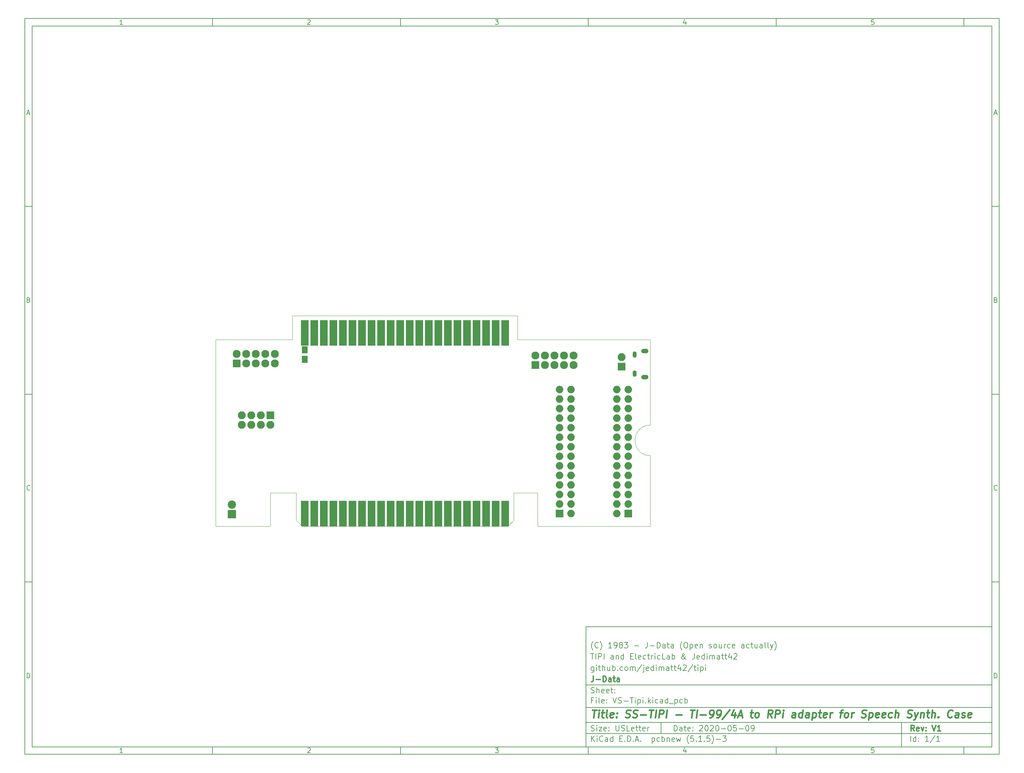
<source format=gbr>
G04 #@! TF.GenerationSoftware,KiCad,Pcbnew,(5.1.5)-3*
G04 #@! TF.CreationDate,2020-05-10T09:48:16-04:00*
G04 #@! TF.ProjectId,VS-Tipi,56532d54-6970-4692-9e6b-696361645f70,V1*
G04 #@! TF.SameCoordinates,Original*
G04 #@! TF.FileFunction,Soldermask,Bot*
G04 #@! TF.FilePolarity,Negative*
%FSLAX46Y46*%
G04 Gerber Fmt 4.6, Leading zero omitted, Abs format (unit mm)*
G04 Created by KiCad (PCBNEW (5.1.5)-3) date 2020-05-10 09:48:16*
%MOMM*%
%LPD*%
G04 APERTURE LIST*
%ADD10C,0.100000*%
%ADD11C,0.150000*%
%ADD12C,0.300000*%
%ADD13C,0.400000*%
G04 #@! TA.AperFunction,Profile*
%ADD14C,0.025400*%
G04 #@! TD*
%ADD15O,2.100000X2.100000*%
%ADD16R,2.100000X2.100000*%
%ADD17O,1.950000X1.175000*%
%ADD18O,1.050000X1.700000*%
%ADD19R,2.127200X2.127200*%
%ADD20O,2.127200X2.127200*%
%ADD21R,1.650000X1.900000*%
%ADD22O,2.000000X2.000000*%
%ADD23R,2.000000X2.000000*%
%ADD24R,2.000000X6.750000*%
%ADD25R,2.200000X2.200000*%
%ADD26C,2.200000*%
G04 APERTURE END LIST*
D10*
D11*
X159400000Y-171900000D02*
X159400000Y-203900000D01*
X267400000Y-203900000D01*
X267400000Y-171900000D01*
X159400000Y-171900000D01*
D10*
D11*
X10000000Y-10000000D02*
X10000000Y-205900000D01*
X269400000Y-205900000D01*
X269400000Y-10000000D01*
X10000000Y-10000000D01*
D10*
D11*
X12000000Y-12000000D02*
X12000000Y-203900000D01*
X267400000Y-203900000D01*
X267400000Y-12000000D01*
X12000000Y-12000000D01*
D10*
D11*
X60000000Y-12000000D02*
X60000000Y-10000000D01*
D10*
D11*
X110000000Y-12000000D02*
X110000000Y-10000000D01*
D10*
D11*
X160000000Y-12000000D02*
X160000000Y-10000000D01*
D10*
D11*
X210000000Y-12000000D02*
X210000000Y-10000000D01*
D10*
D11*
X260000000Y-12000000D02*
X260000000Y-10000000D01*
D10*
D11*
X36065476Y-11588095D02*
X35322619Y-11588095D01*
X35694047Y-11588095D02*
X35694047Y-10288095D01*
X35570238Y-10473809D01*
X35446428Y-10597619D01*
X35322619Y-10659523D01*
D10*
D11*
X85322619Y-10411904D02*
X85384523Y-10350000D01*
X85508333Y-10288095D01*
X85817857Y-10288095D01*
X85941666Y-10350000D01*
X86003571Y-10411904D01*
X86065476Y-10535714D01*
X86065476Y-10659523D01*
X86003571Y-10845238D01*
X85260714Y-11588095D01*
X86065476Y-11588095D01*
D10*
D11*
X135260714Y-10288095D02*
X136065476Y-10288095D01*
X135632142Y-10783333D01*
X135817857Y-10783333D01*
X135941666Y-10845238D01*
X136003571Y-10907142D01*
X136065476Y-11030952D01*
X136065476Y-11340476D01*
X136003571Y-11464285D01*
X135941666Y-11526190D01*
X135817857Y-11588095D01*
X135446428Y-11588095D01*
X135322619Y-11526190D01*
X135260714Y-11464285D01*
D10*
D11*
X185941666Y-10721428D02*
X185941666Y-11588095D01*
X185632142Y-10226190D02*
X185322619Y-11154761D01*
X186127380Y-11154761D01*
D10*
D11*
X236003571Y-10288095D02*
X235384523Y-10288095D01*
X235322619Y-10907142D01*
X235384523Y-10845238D01*
X235508333Y-10783333D01*
X235817857Y-10783333D01*
X235941666Y-10845238D01*
X236003571Y-10907142D01*
X236065476Y-11030952D01*
X236065476Y-11340476D01*
X236003571Y-11464285D01*
X235941666Y-11526190D01*
X235817857Y-11588095D01*
X235508333Y-11588095D01*
X235384523Y-11526190D01*
X235322619Y-11464285D01*
D10*
D11*
X60000000Y-203900000D02*
X60000000Y-205900000D01*
D10*
D11*
X110000000Y-203900000D02*
X110000000Y-205900000D01*
D10*
D11*
X160000000Y-203900000D02*
X160000000Y-205900000D01*
D10*
D11*
X210000000Y-203900000D02*
X210000000Y-205900000D01*
D10*
D11*
X260000000Y-203900000D02*
X260000000Y-205900000D01*
D10*
D11*
X36065476Y-205488095D02*
X35322619Y-205488095D01*
X35694047Y-205488095D02*
X35694047Y-204188095D01*
X35570238Y-204373809D01*
X35446428Y-204497619D01*
X35322619Y-204559523D01*
D10*
D11*
X85322619Y-204311904D02*
X85384523Y-204250000D01*
X85508333Y-204188095D01*
X85817857Y-204188095D01*
X85941666Y-204250000D01*
X86003571Y-204311904D01*
X86065476Y-204435714D01*
X86065476Y-204559523D01*
X86003571Y-204745238D01*
X85260714Y-205488095D01*
X86065476Y-205488095D01*
D10*
D11*
X135260714Y-204188095D02*
X136065476Y-204188095D01*
X135632142Y-204683333D01*
X135817857Y-204683333D01*
X135941666Y-204745238D01*
X136003571Y-204807142D01*
X136065476Y-204930952D01*
X136065476Y-205240476D01*
X136003571Y-205364285D01*
X135941666Y-205426190D01*
X135817857Y-205488095D01*
X135446428Y-205488095D01*
X135322619Y-205426190D01*
X135260714Y-205364285D01*
D10*
D11*
X185941666Y-204621428D02*
X185941666Y-205488095D01*
X185632142Y-204126190D02*
X185322619Y-205054761D01*
X186127380Y-205054761D01*
D10*
D11*
X236003571Y-204188095D02*
X235384523Y-204188095D01*
X235322619Y-204807142D01*
X235384523Y-204745238D01*
X235508333Y-204683333D01*
X235817857Y-204683333D01*
X235941666Y-204745238D01*
X236003571Y-204807142D01*
X236065476Y-204930952D01*
X236065476Y-205240476D01*
X236003571Y-205364285D01*
X235941666Y-205426190D01*
X235817857Y-205488095D01*
X235508333Y-205488095D01*
X235384523Y-205426190D01*
X235322619Y-205364285D01*
D10*
D11*
X10000000Y-60000000D02*
X12000000Y-60000000D01*
D10*
D11*
X10000000Y-110000000D02*
X12000000Y-110000000D01*
D10*
D11*
X10000000Y-160000000D02*
X12000000Y-160000000D01*
D10*
D11*
X10690476Y-35216666D02*
X11309523Y-35216666D01*
X10566666Y-35588095D02*
X11000000Y-34288095D01*
X11433333Y-35588095D01*
D10*
D11*
X11092857Y-84907142D02*
X11278571Y-84969047D01*
X11340476Y-85030952D01*
X11402380Y-85154761D01*
X11402380Y-85340476D01*
X11340476Y-85464285D01*
X11278571Y-85526190D01*
X11154761Y-85588095D01*
X10659523Y-85588095D01*
X10659523Y-84288095D01*
X11092857Y-84288095D01*
X11216666Y-84350000D01*
X11278571Y-84411904D01*
X11340476Y-84535714D01*
X11340476Y-84659523D01*
X11278571Y-84783333D01*
X11216666Y-84845238D01*
X11092857Y-84907142D01*
X10659523Y-84907142D01*
D10*
D11*
X11402380Y-135464285D02*
X11340476Y-135526190D01*
X11154761Y-135588095D01*
X11030952Y-135588095D01*
X10845238Y-135526190D01*
X10721428Y-135402380D01*
X10659523Y-135278571D01*
X10597619Y-135030952D01*
X10597619Y-134845238D01*
X10659523Y-134597619D01*
X10721428Y-134473809D01*
X10845238Y-134350000D01*
X11030952Y-134288095D01*
X11154761Y-134288095D01*
X11340476Y-134350000D01*
X11402380Y-134411904D01*
D10*
D11*
X10659523Y-185588095D02*
X10659523Y-184288095D01*
X10969047Y-184288095D01*
X11154761Y-184350000D01*
X11278571Y-184473809D01*
X11340476Y-184597619D01*
X11402380Y-184845238D01*
X11402380Y-185030952D01*
X11340476Y-185278571D01*
X11278571Y-185402380D01*
X11154761Y-185526190D01*
X10969047Y-185588095D01*
X10659523Y-185588095D01*
D10*
D11*
X269400000Y-60000000D02*
X267400000Y-60000000D01*
D10*
D11*
X269400000Y-110000000D02*
X267400000Y-110000000D01*
D10*
D11*
X269400000Y-160000000D02*
X267400000Y-160000000D01*
D10*
D11*
X268090476Y-35216666D02*
X268709523Y-35216666D01*
X267966666Y-35588095D02*
X268400000Y-34288095D01*
X268833333Y-35588095D01*
D10*
D11*
X268492857Y-84907142D02*
X268678571Y-84969047D01*
X268740476Y-85030952D01*
X268802380Y-85154761D01*
X268802380Y-85340476D01*
X268740476Y-85464285D01*
X268678571Y-85526190D01*
X268554761Y-85588095D01*
X268059523Y-85588095D01*
X268059523Y-84288095D01*
X268492857Y-84288095D01*
X268616666Y-84350000D01*
X268678571Y-84411904D01*
X268740476Y-84535714D01*
X268740476Y-84659523D01*
X268678571Y-84783333D01*
X268616666Y-84845238D01*
X268492857Y-84907142D01*
X268059523Y-84907142D01*
D10*
D11*
X268802380Y-135464285D02*
X268740476Y-135526190D01*
X268554761Y-135588095D01*
X268430952Y-135588095D01*
X268245238Y-135526190D01*
X268121428Y-135402380D01*
X268059523Y-135278571D01*
X267997619Y-135030952D01*
X267997619Y-134845238D01*
X268059523Y-134597619D01*
X268121428Y-134473809D01*
X268245238Y-134350000D01*
X268430952Y-134288095D01*
X268554761Y-134288095D01*
X268740476Y-134350000D01*
X268802380Y-134411904D01*
D10*
D11*
X268059523Y-185588095D02*
X268059523Y-184288095D01*
X268369047Y-184288095D01*
X268554761Y-184350000D01*
X268678571Y-184473809D01*
X268740476Y-184597619D01*
X268802380Y-184845238D01*
X268802380Y-185030952D01*
X268740476Y-185278571D01*
X268678571Y-185402380D01*
X268554761Y-185526190D01*
X268369047Y-185588095D01*
X268059523Y-185588095D01*
D10*
D11*
X182832142Y-199678571D02*
X182832142Y-198178571D01*
X183189285Y-198178571D01*
X183403571Y-198250000D01*
X183546428Y-198392857D01*
X183617857Y-198535714D01*
X183689285Y-198821428D01*
X183689285Y-199035714D01*
X183617857Y-199321428D01*
X183546428Y-199464285D01*
X183403571Y-199607142D01*
X183189285Y-199678571D01*
X182832142Y-199678571D01*
X184975000Y-199678571D02*
X184975000Y-198892857D01*
X184903571Y-198750000D01*
X184760714Y-198678571D01*
X184475000Y-198678571D01*
X184332142Y-198750000D01*
X184975000Y-199607142D02*
X184832142Y-199678571D01*
X184475000Y-199678571D01*
X184332142Y-199607142D01*
X184260714Y-199464285D01*
X184260714Y-199321428D01*
X184332142Y-199178571D01*
X184475000Y-199107142D01*
X184832142Y-199107142D01*
X184975000Y-199035714D01*
X185475000Y-198678571D02*
X186046428Y-198678571D01*
X185689285Y-198178571D02*
X185689285Y-199464285D01*
X185760714Y-199607142D01*
X185903571Y-199678571D01*
X186046428Y-199678571D01*
X187117857Y-199607142D02*
X186975000Y-199678571D01*
X186689285Y-199678571D01*
X186546428Y-199607142D01*
X186475000Y-199464285D01*
X186475000Y-198892857D01*
X186546428Y-198750000D01*
X186689285Y-198678571D01*
X186975000Y-198678571D01*
X187117857Y-198750000D01*
X187189285Y-198892857D01*
X187189285Y-199035714D01*
X186475000Y-199178571D01*
X187832142Y-199535714D02*
X187903571Y-199607142D01*
X187832142Y-199678571D01*
X187760714Y-199607142D01*
X187832142Y-199535714D01*
X187832142Y-199678571D01*
X187832142Y-198750000D02*
X187903571Y-198821428D01*
X187832142Y-198892857D01*
X187760714Y-198821428D01*
X187832142Y-198750000D01*
X187832142Y-198892857D01*
X189617857Y-198321428D02*
X189689285Y-198250000D01*
X189832142Y-198178571D01*
X190189285Y-198178571D01*
X190332142Y-198250000D01*
X190403571Y-198321428D01*
X190475000Y-198464285D01*
X190475000Y-198607142D01*
X190403571Y-198821428D01*
X189546428Y-199678571D01*
X190475000Y-199678571D01*
X191403571Y-198178571D02*
X191546428Y-198178571D01*
X191689285Y-198250000D01*
X191760714Y-198321428D01*
X191832142Y-198464285D01*
X191903571Y-198750000D01*
X191903571Y-199107142D01*
X191832142Y-199392857D01*
X191760714Y-199535714D01*
X191689285Y-199607142D01*
X191546428Y-199678571D01*
X191403571Y-199678571D01*
X191260714Y-199607142D01*
X191189285Y-199535714D01*
X191117857Y-199392857D01*
X191046428Y-199107142D01*
X191046428Y-198750000D01*
X191117857Y-198464285D01*
X191189285Y-198321428D01*
X191260714Y-198250000D01*
X191403571Y-198178571D01*
X192475000Y-198321428D02*
X192546428Y-198250000D01*
X192689285Y-198178571D01*
X193046428Y-198178571D01*
X193189285Y-198250000D01*
X193260714Y-198321428D01*
X193332142Y-198464285D01*
X193332142Y-198607142D01*
X193260714Y-198821428D01*
X192403571Y-199678571D01*
X193332142Y-199678571D01*
X194260714Y-198178571D02*
X194403571Y-198178571D01*
X194546428Y-198250000D01*
X194617857Y-198321428D01*
X194689285Y-198464285D01*
X194760714Y-198750000D01*
X194760714Y-199107142D01*
X194689285Y-199392857D01*
X194617857Y-199535714D01*
X194546428Y-199607142D01*
X194403571Y-199678571D01*
X194260714Y-199678571D01*
X194117857Y-199607142D01*
X194046428Y-199535714D01*
X193975000Y-199392857D01*
X193903571Y-199107142D01*
X193903571Y-198750000D01*
X193975000Y-198464285D01*
X194046428Y-198321428D01*
X194117857Y-198250000D01*
X194260714Y-198178571D01*
X195403571Y-199107142D02*
X196546428Y-199107142D01*
X197546428Y-198178571D02*
X197689285Y-198178571D01*
X197832142Y-198250000D01*
X197903571Y-198321428D01*
X197975000Y-198464285D01*
X198046428Y-198750000D01*
X198046428Y-199107142D01*
X197975000Y-199392857D01*
X197903571Y-199535714D01*
X197832142Y-199607142D01*
X197689285Y-199678571D01*
X197546428Y-199678571D01*
X197403571Y-199607142D01*
X197332142Y-199535714D01*
X197260714Y-199392857D01*
X197189285Y-199107142D01*
X197189285Y-198750000D01*
X197260714Y-198464285D01*
X197332142Y-198321428D01*
X197403571Y-198250000D01*
X197546428Y-198178571D01*
X199403571Y-198178571D02*
X198689285Y-198178571D01*
X198617857Y-198892857D01*
X198689285Y-198821428D01*
X198832142Y-198750000D01*
X199189285Y-198750000D01*
X199332142Y-198821428D01*
X199403571Y-198892857D01*
X199475000Y-199035714D01*
X199475000Y-199392857D01*
X199403571Y-199535714D01*
X199332142Y-199607142D01*
X199189285Y-199678571D01*
X198832142Y-199678571D01*
X198689285Y-199607142D01*
X198617857Y-199535714D01*
X200117857Y-199107142D02*
X201260714Y-199107142D01*
X202260714Y-198178571D02*
X202403571Y-198178571D01*
X202546428Y-198250000D01*
X202617857Y-198321428D01*
X202689285Y-198464285D01*
X202760714Y-198750000D01*
X202760714Y-199107142D01*
X202689285Y-199392857D01*
X202617857Y-199535714D01*
X202546428Y-199607142D01*
X202403571Y-199678571D01*
X202260714Y-199678571D01*
X202117857Y-199607142D01*
X202046428Y-199535714D01*
X201975000Y-199392857D01*
X201903571Y-199107142D01*
X201903571Y-198750000D01*
X201975000Y-198464285D01*
X202046428Y-198321428D01*
X202117857Y-198250000D01*
X202260714Y-198178571D01*
X203475000Y-199678571D02*
X203760714Y-199678571D01*
X203903571Y-199607142D01*
X203975000Y-199535714D01*
X204117857Y-199321428D01*
X204189285Y-199035714D01*
X204189285Y-198464285D01*
X204117857Y-198321428D01*
X204046428Y-198250000D01*
X203903571Y-198178571D01*
X203617857Y-198178571D01*
X203475000Y-198250000D01*
X203403571Y-198321428D01*
X203332142Y-198464285D01*
X203332142Y-198821428D01*
X203403571Y-198964285D01*
X203475000Y-199035714D01*
X203617857Y-199107142D01*
X203903571Y-199107142D01*
X204046428Y-199035714D01*
X204117857Y-198964285D01*
X204189285Y-198821428D01*
D10*
D11*
X159400000Y-200400000D02*
X267400000Y-200400000D01*
D10*
D11*
X160832142Y-202478571D02*
X160832142Y-200978571D01*
X161689285Y-202478571D02*
X161046428Y-201621428D01*
X161689285Y-200978571D02*
X160832142Y-201835714D01*
X162332142Y-202478571D02*
X162332142Y-201478571D01*
X162332142Y-200978571D02*
X162260714Y-201050000D01*
X162332142Y-201121428D01*
X162403571Y-201050000D01*
X162332142Y-200978571D01*
X162332142Y-201121428D01*
X163903571Y-202335714D02*
X163832142Y-202407142D01*
X163617857Y-202478571D01*
X163475000Y-202478571D01*
X163260714Y-202407142D01*
X163117857Y-202264285D01*
X163046428Y-202121428D01*
X162975000Y-201835714D01*
X162975000Y-201621428D01*
X163046428Y-201335714D01*
X163117857Y-201192857D01*
X163260714Y-201050000D01*
X163475000Y-200978571D01*
X163617857Y-200978571D01*
X163832142Y-201050000D01*
X163903571Y-201121428D01*
X165189285Y-202478571D02*
X165189285Y-201692857D01*
X165117857Y-201550000D01*
X164975000Y-201478571D01*
X164689285Y-201478571D01*
X164546428Y-201550000D01*
X165189285Y-202407142D02*
X165046428Y-202478571D01*
X164689285Y-202478571D01*
X164546428Y-202407142D01*
X164475000Y-202264285D01*
X164475000Y-202121428D01*
X164546428Y-201978571D01*
X164689285Y-201907142D01*
X165046428Y-201907142D01*
X165189285Y-201835714D01*
X166546428Y-202478571D02*
X166546428Y-200978571D01*
X166546428Y-202407142D02*
X166403571Y-202478571D01*
X166117857Y-202478571D01*
X165975000Y-202407142D01*
X165903571Y-202335714D01*
X165832142Y-202192857D01*
X165832142Y-201764285D01*
X165903571Y-201621428D01*
X165975000Y-201550000D01*
X166117857Y-201478571D01*
X166403571Y-201478571D01*
X166546428Y-201550000D01*
X168403571Y-201692857D02*
X168903571Y-201692857D01*
X169117857Y-202478571D02*
X168403571Y-202478571D01*
X168403571Y-200978571D01*
X169117857Y-200978571D01*
X169760714Y-202335714D02*
X169832142Y-202407142D01*
X169760714Y-202478571D01*
X169689285Y-202407142D01*
X169760714Y-202335714D01*
X169760714Y-202478571D01*
X170475000Y-202478571D02*
X170475000Y-200978571D01*
X170832142Y-200978571D01*
X171046428Y-201050000D01*
X171189285Y-201192857D01*
X171260714Y-201335714D01*
X171332142Y-201621428D01*
X171332142Y-201835714D01*
X171260714Y-202121428D01*
X171189285Y-202264285D01*
X171046428Y-202407142D01*
X170832142Y-202478571D01*
X170475000Y-202478571D01*
X171975000Y-202335714D02*
X172046428Y-202407142D01*
X171975000Y-202478571D01*
X171903571Y-202407142D01*
X171975000Y-202335714D01*
X171975000Y-202478571D01*
X172617857Y-202050000D02*
X173332142Y-202050000D01*
X172475000Y-202478571D02*
X172975000Y-200978571D01*
X173475000Y-202478571D01*
X173975000Y-202335714D02*
X174046428Y-202407142D01*
X173975000Y-202478571D01*
X173903571Y-202407142D01*
X173975000Y-202335714D01*
X173975000Y-202478571D01*
X176975000Y-201478571D02*
X176975000Y-202978571D01*
X176975000Y-201550000D02*
X177117857Y-201478571D01*
X177403571Y-201478571D01*
X177546428Y-201550000D01*
X177617857Y-201621428D01*
X177689285Y-201764285D01*
X177689285Y-202192857D01*
X177617857Y-202335714D01*
X177546428Y-202407142D01*
X177403571Y-202478571D01*
X177117857Y-202478571D01*
X176975000Y-202407142D01*
X178975000Y-202407142D02*
X178832142Y-202478571D01*
X178546428Y-202478571D01*
X178403571Y-202407142D01*
X178332142Y-202335714D01*
X178260714Y-202192857D01*
X178260714Y-201764285D01*
X178332142Y-201621428D01*
X178403571Y-201550000D01*
X178546428Y-201478571D01*
X178832142Y-201478571D01*
X178975000Y-201550000D01*
X179617857Y-202478571D02*
X179617857Y-200978571D01*
X179617857Y-201550000D02*
X179760714Y-201478571D01*
X180046428Y-201478571D01*
X180189285Y-201550000D01*
X180260714Y-201621428D01*
X180332142Y-201764285D01*
X180332142Y-202192857D01*
X180260714Y-202335714D01*
X180189285Y-202407142D01*
X180046428Y-202478571D01*
X179760714Y-202478571D01*
X179617857Y-202407142D01*
X180975000Y-201478571D02*
X180975000Y-202478571D01*
X180975000Y-201621428D02*
X181046428Y-201550000D01*
X181189285Y-201478571D01*
X181403571Y-201478571D01*
X181546428Y-201550000D01*
X181617857Y-201692857D01*
X181617857Y-202478571D01*
X182903571Y-202407142D02*
X182760714Y-202478571D01*
X182475000Y-202478571D01*
X182332142Y-202407142D01*
X182260714Y-202264285D01*
X182260714Y-201692857D01*
X182332142Y-201550000D01*
X182475000Y-201478571D01*
X182760714Y-201478571D01*
X182903571Y-201550000D01*
X182975000Y-201692857D01*
X182975000Y-201835714D01*
X182260714Y-201978571D01*
X183475000Y-201478571D02*
X183760714Y-202478571D01*
X184046428Y-201764285D01*
X184332142Y-202478571D01*
X184617857Y-201478571D01*
X186760714Y-203050000D02*
X186689285Y-202978571D01*
X186546428Y-202764285D01*
X186475000Y-202621428D01*
X186403571Y-202407142D01*
X186332142Y-202050000D01*
X186332142Y-201764285D01*
X186403571Y-201407142D01*
X186475000Y-201192857D01*
X186546428Y-201050000D01*
X186689285Y-200835714D01*
X186760714Y-200764285D01*
X188046428Y-200978571D02*
X187332142Y-200978571D01*
X187260714Y-201692857D01*
X187332142Y-201621428D01*
X187475000Y-201550000D01*
X187832142Y-201550000D01*
X187975000Y-201621428D01*
X188046428Y-201692857D01*
X188117857Y-201835714D01*
X188117857Y-202192857D01*
X188046428Y-202335714D01*
X187975000Y-202407142D01*
X187832142Y-202478571D01*
X187475000Y-202478571D01*
X187332142Y-202407142D01*
X187260714Y-202335714D01*
X188760714Y-202335714D02*
X188832142Y-202407142D01*
X188760714Y-202478571D01*
X188689285Y-202407142D01*
X188760714Y-202335714D01*
X188760714Y-202478571D01*
X190260714Y-202478571D02*
X189403571Y-202478571D01*
X189832142Y-202478571D02*
X189832142Y-200978571D01*
X189689285Y-201192857D01*
X189546428Y-201335714D01*
X189403571Y-201407142D01*
X190903571Y-202335714D02*
X190975000Y-202407142D01*
X190903571Y-202478571D01*
X190832142Y-202407142D01*
X190903571Y-202335714D01*
X190903571Y-202478571D01*
X192332142Y-200978571D02*
X191617857Y-200978571D01*
X191546428Y-201692857D01*
X191617857Y-201621428D01*
X191760714Y-201550000D01*
X192117857Y-201550000D01*
X192260714Y-201621428D01*
X192332142Y-201692857D01*
X192403571Y-201835714D01*
X192403571Y-202192857D01*
X192332142Y-202335714D01*
X192260714Y-202407142D01*
X192117857Y-202478571D01*
X191760714Y-202478571D01*
X191617857Y-202407142D01*
X191546428Y-202335714D01*
X192903571Y-203050000D02*
X192975000Y-202978571D01*
X193117857Y-202764285D01*
X193189285Y-202621428D01*
X193260714Y-202407142D01*
X193332142Y-202050000D01*
X193332142Y-201764285D01*
X193260714Y-201407142D01*
X193189285Y-201192857D01*
X193117857Y-201050000D01*
X192975000Y-200835714D01*
X192903571Y-200764285D01*
X194046428Y-201907142D02*
X195189285Y-201907142D01*
X195760714Y-200978571D02*
X196689285Y-200978571D01*
X196189285Y-201550000D01*
X196403571Y-201550000D01*
X196546428Y-201621428D01*
X196617857Y-201692857D01*
X196689285Y-201835714D01*
X196689285Y-202192857D01*
X196617857Y-202335714D01*
X196546428Y-202407142D01*
X196403571Y-202478571D01*
X195975000Y-202478571D01*
X195832142Y-202407142D01*
X195760714Y-202335714D01*
D10*
D11*
X159400000Y-197400000D02*
X267400000Y-197400000D01*
D10*
D12*
X246809285Y-199678571D02*
X246309285Y-198964285D01*
X245952142Y-199678571D02*
X245952142Y-198178571D01*
X246523571Y-198178571D01*
X246666428Y-198250000D01*
X246737857Y-198321428D01*
X246809285Y-198464285D01*
X246809285Y-198678571D01*
X246737857Y-198821428D01*
X246666428Y-198892857D01*
X246523571Y-198964285D01*
X245952142Y-198964285D01*
X248023571Y-199607142D02*
X247880714Y-199678571D01*
X247595000Y-199678571D01*
X247452142Y-199607142D01*
X247380714Y-199464285D01*
X247380714Y-198892857D01*
X247452142Y-198750000D01*
X247595000Y-198678571D01*
X247880714Y-198678571D01*
X248023571Y-198750000D01*
X248095000Y-198892857D01*
X248095000Y-199035714D01*
X247380714Y-199178571D01*
X248595000Y-198678571D02*
X248952142Y-199678571D01*
X249309285Y-198678571D01*
X249880714Y-199535714D02*
X249952142Y-199607142D01*
X249880714Y-199678571D01*
X249809285Y-199607142D01*
X249880714Y-199535714D01*
X249880714Y-199678571D01*
X249880714Y-198750000D02*
X249952142Y-198821428D01*
X249880714Y-198892857D01*
X249809285Y-198821428D01*
X249880714Y-198750000D01*
X249880714Y-198892857D01*
X251523571Y-198178571D02*
X252023571Y-199678571D01*
X252523571Y-198178571D01*
X253809285Y-199678571D02*
X252952142Y-199678571D01*
X253380714Y-199678571D02*
X253380714Y-198178571D01*
X253237857Y-198392857D01*
X253095000Y-198535714D01*
X252952142Y-198607142D01*
D10*
D11*
X160760714Y-199607142D02*
X160975000Y-199678571D01*
X161332142Y-199678571D01*
X161475000Y-199607142D01*
X161546428Y-199535714D01*
X161617857Y-199392857D01*
X161617857Y-199250000D01*
X161546428Y-199107142D01*
X161475000Y-199035714D01*
X161332142Y-198964285D01*
X161046428Y-198892857D01*
X160903571Y-198821428D01*
X160832142Y-198750000D01*
X160760714Y-198607142D01*
X160760714Y-198464285D01*
X160832142Y-198321428D01*
X160903571Y-198250000D01*
X161046428Y-198178571D01*
X161403571Y-198178571D01*
X161617857Y-198250000D01*
X162260714Y-199678571D02*
X162260714Y-198678571D01*
X162260714Y-198178571D02*
X162189285Y-198250000D01*
X162260714Y-198321428D01*
X162332142Y-198250000D01*
X162260714Y-198178571D01*
X162260714Y-198321428D01*
X162832142Y-198678571D02*
X163617857Y-198678571D01*
X162832142Y-199678571D01*
X163617857Y-199678571D01*
X164760714Y-199607142D02*
X164617857Y-199678571D01*
X164332142Y-199678571D01*
X164189285Y-199607142D01*
X164117857Y-199464285D01*
X164117857Y-198892857D01*
X164189285Y-198750000D01*
X164332142Y-198678571D01*
X164617857Y-198678571D01*
X164760714Y-198750000D01*
X164832142Y-198892857D01*
X164832142Y-199035714D01*
X164117857Y-199178571D01*
X165475000Y-199535714D02*
X165546428Y-199607142D01*
X165475000Y-199678571D01*
X165403571Y-199607142D01*
X165475000Y-199535714D01*
X165475000Y-199678571D01*
X165475000Y-198750000D02*
X165546428Y-198821428D01*
X165475000Y-198892857D01*
X165403571Y-198821428D01*
X165475000Y-198750000D01*
X165475000Y-198892857D01*
X167332142Y-198178571D02*
X167332142Y-199392857D01*
X167403571Y-199535714D01*
X167475000Y-199607142D01*
X167617857Y-199678571D01*
X167903571Y-199678571D01*
X168046428Y-199607142D01*
X168117857Y-199535714D01*
X168189285Y-199392857D01*
X168189285Y-198178571D01*
X168832142Y-199607142D02*
X169046428Y-199678571D01*
X169403571Y-199678571D01*
X169546428Y-199607142D01*
X169617857Y-199535714D01*
X169689285Y-199392857D01*
X169689285Y-199250000D01*
X169617857Y-199107142D01*
X169546428Y-199035714D01*
X169403571Y-198964285D01*
X169117857Y-198892857D01*
X168975000Y-198821428D01*
X168903571Y-198750000D01*
X168832142Y-198607142D01*
X168832142Y-198464285D01*
X168903571Y-198321428D01*
X168975000Y-198250000D01*
X169117857Y-198178571D01*
X169475000Y-198178571D01*
X169689285Y-198250000D01*
X171046428Y-199678571D02*
X170332142Y-199678571D01*
X170332142Y-198178571D01*
X172117857Y-199607142D02*
X171975000Y-199678571D01*
X171689285Y-199678571D01*
X171546428Y-199607142D01*
X171475000Y-199464285D01*
X171475000Y-198892857D01*
X171546428Y-198750000D01*
X171689285Y-198678571D01*
X171975000Y-198678571D01*
X172117857Y-198750000D01*
X172189285Y-198892857D01*
X172189285Y-199035714D01*
X171475000Y-199178571D01*
X172617857Y-198678571D02*
X173189285Y-198678571D01*
X172832142Y-198178571D02*
X172832142Y-199464285D01*
X172903571Y-199607142D01*
X173046428Y-199678571D01*
X173189285Y-199678571D01*
X173475000Y-198678571D02*
X174046428Y-198678571D01*
X173689285Y-198178571D02*
X173689285Y-199464285D01*
X173760714Y-199607142D01*
X173903571Y-199678571D01*
X174046428Y-199678571D01*
X175117857Y-199607142D02*
X174975000Y-199678571D01*
X174689285Y-199678571D01*
X174546428Y-199607142D01*
X174475000Y-199464285D01*
X174475000Y-198892857D01*
X174546428Y-198750000D01*
X174689285Y-198678571D01*
X174975000Y-198678571D01*
X175117857Y-198750000D01*
X175189285Y-198892857D01*
X175189285Y-199035714D01*
X174475000Y-199178571D01*
X175832142Y-199678571D02*
X175832142Y-198678571D01*
X175832142Y-198964285D02*
X175903571Y-198821428D01*
X175975000Y-198750000D01*
X176117857Y-198678571D01*
X176260714Y-198678571D01*
D10*
D11*
X245832142Y-202478571D02*
X245832142Y-200978571D01*
X247189285Y-202478571D02*
X247189285Y-200978571D01*
X247189285Y-202407142D02*
X247046428Y-202478571D01*
X246760714Y-202478571D01*
X246617857Y-202407142D01*
X246546428Y-202335714D01*
X246475000Y-202192857D01*
X246475000Y-201764285D01*
X246546428Y-201621428D01*
X246617857Y-201550000D01*
X246760714Y-201478571D01*
X247046428Y-201478571D01*
X247189285Y-201550000D01*
X247903571Y-202335714D02*
X247975000Y-202407142D01*
X247903571Y-202478571D01*
X247832142Y-202407142D01*
X247903571Y-202335714D01*
X247903571Y-202478571D01*
X247903571Y-201550000D02*
X247975000Y-201621428D01*
X247903571Y-201692857D01*
X247832142Y-201621428D01*
X247903571Y-201550000D01*
X247903571Y-201692857D01*
X250546428Y-202478571D02*
X249689285Y-202478571D01*
X250117857Y-202478571D02*
X250117857Y-200978571D01*
X249975000Y-201192857D01*
X249832142Y-201335714D01*
X249689285Y-201407142D01*
X252260714Y-200907142D02*
X250975000Y-202835714D01*
X253546428Y-202478571D02*
X252689285Y-202478571D01*
X253117857Y-202478571D02*
X253117857Y-200978571D01*
X252975000Y-201192857D01*
X252832142Y-201335714D01*
X252689285Y-201407142D01*
D10*
D11*
X159400000Y-193400000D02*
X267400000Y-193400000D01*
D10*
D13*
X161112380Y-194104761D02*
X162255238Y-194104761D01*
X161433809Y-196104761D02*
X161683809Y-194104761D01*
X162671904Y-196104761D02*
X162838571Y-194771428D01*
X162921904Y-194104761D02*
X162814761Y-194200000D01*
X162898095Y-194295238D01*
X163005238Y-194200000D01*
X162921904Y-194104761D01*
X162898095Y-194295238D01*
X163505238Y-194771428D02*
X164267142Y-194771428D01*
X163874285Y-194104761D02*
X163660000Y-195819047D01*
X163731428Y-196009523D01*
X163910000Y-196104761D01*
X164100476Y-196104761D01*
X165052857Y-196104761D02*
X164874285Y-196009523D01*
X164802857Y-195819047D01*
X165017142Y-194104761D01*
X166588571Y-196009523D02*
X166386190Y-196104761D01*
X166005238Y-196104761D01*
X165826666Y-196009523D01*
X165755238Y-195819047D01*
X165850476Y-195057142D01*
X165969523Y-194866666D01*
X166171904Y-194771428D01*
X166552857Y-194771428D01*
X166731428Y-194866666D01*
X166802857Y-195057142D01*
X166779047Y-195247619D01*
X165802857Y-195438095D01*
X167552857Y-195914285D02*
X167636190Y-196009523D01*
X167529047Y-196104761D01*
X167445714Y-196009523D01*
X167552857Y-195914285D01*
X167529047Y-196104761D01*
X167683809Y-194866666D02*
X167767142Y-194961904D01*
X167660000Y-195057142D01*
X167576666Y-194961904D01*
X167683809Y-194866666D01*
X167660000Y-195057142D01*
X169921904Y-196009523D02*
X170195714Y-196104761D01*
X170671904Y-196104761D01*
X170874285Y-196009523D01*
X170981428Y-195914285D01*
X171100476Y-195723809D01*
X171124285Y-195533333D01*
X171052857Y-195342857D01*
X170969523Y-195247619D01*
X170790952Y-195152380D01*
X170421904Y-195057142D01*
X170243333Y-194961904D01*
X170160000Y-194866666D01*
X170088571Y-194676190D01*
X170112380Y-194485714D01*
X170231428Y-194295238D01*
X170338571Y-194200000D01*
X170540952Y-194104761D01*
X171017142Y-194104761D01*
X171290952Y-194200000D01*
X171826666Y-196009523D02*
X172100476Y-196104761D01*
X172576666Y-196104761D01*
X172779047Y-196009523D01*
X172886190Y-195914285D01*
X173005238Y-195723809D01*
X173029047Y-195533333D01*
X172957619Y-195342857D01*
X172874285Y-195247619D01*
X172695714Y-195152380D01*
X172326666Y-195057142D01*
X172148095Y-194961904D01*
X172064761Y-194866666D01*
X171993333Y-194676190D01*
X172017142Y-194485714D01*
X172136190Y-194295238D01*
X172243333Y-194200000D01*
X172445714Y-194104761D01*
X172921904Y-194104761D01*
X173195714Y-194200000D01*
X173910000Y-195342857D02*
X175433809Y-195342857D01*
X176255238Y-194104761D02*
X177398095Y-194104761D01*
X176576666Y-196104761D02*
X176826666Y-194104761D01*
X177814761Y-196104761D02*
X178064761Y-194104761D01*
X178767142Y-196104761D02*
X179017142Y-194104761D01*
X179779047Y-194104761D01*
X179957619Y-194200000D01*
X180040952Y-194295238D01*
X180112380Y-194485714D01*
X180076666Y-194771428D01*
X179957619Y-194961904D01*
X179850476Y-195057142D01*
X179648095Y-195152380D01*
X178886190Y-195152380D01*
X180767142Y-196104761D02*
X181017142Y-194104761D01*
X183338571Y-195342857D02*
X184862380Y-195342857D01*
X187207619Y-194104761D02*
X188350476Y-194104761D01*
X187529047Y-196104761D02*
X187779047Y-194104761D01*
X188767142Y-196104761D02*
X189017142Y-194104761D01*
X189814761Y-195342857D02*
X191338571Y-195342857D01*
X192290952Y-196104761D02*
X192671904Y-196104761D01*
X192874285Y-196009523D01*
X192981428Y-195914285D01*
X193207619Y-195628571D01*
X193350476Y-195247619D01*
X193445714Y-194485714D01*
X193374285Y-194295238D01*
X193290952Y-194200000D01*
X193112380Y-194104761D01*
X192731428Y-194104761D01*
X192529047Y-194200000D01*
X192421904Y-194295238D01*
X192302857Y-194485714D01*
X192243333Y-194961904D01*
X192314761Y-195152380D01*
X192398095Y-195247619D01*
X192576666Y-195342857D01*
X192957619Y-195342857D01*
X193160000Y-195247619D01*
X193267142Y-195152380D01*
X193386190Y-194961904D01*
X194195714Y-196104761D02*
X194576666Y-196104761D01*
X194779047Y-196009523D01*
X194886190Y-195914285D01*
X195112380Y-195628571D01*
X195255238Y-195247619D01*
X195350476Y-194485714D01*
X195279047Y-194295238D01*
X195195714Y-194200000D01*
X195017142Y-194104761D01*
X194636190Y-194104761D01*
X194433809Y-194200000D01*
X194326666Y-194295238D01*
X194207619Y-194485714D01*
X194148095Y-194961904D01*
X194219523Y-195152380D01*
X194302857Y-195247619D01*
X194481428Y-195342857D01*
X194862380Y-195342857D01*
X195064761Y-195247619D01*
X195171904Y-195152380D01*
X195290952Y-194961904D01*
X197695714Y-194009523D02*
X195660000Y-196580952D01*
X199124285Y-194771428D02*
X198957619Y-196104761D01*
X198743333Y-194009523D02*
X198088571Y-195438095D01*
X199326666Y-195438095D01*
X199981428Y-195533333D02*
X200933809Y-195533333D01*
X199719523Y-196104761D02*
X200636190Y-194104761D01*
X201052857Y-196104761D01*
X203124285Y-194771428D02*
X203886190Y-194771428D01*
X203493333Y-194104761D02*
X203279047Y-195819047D01*
X203350476Y-196009523D01*
X203529047Y-196104761D01*
X203719523Y-196104761D01*
X204671904Y-196104761D02*
X204493333Y-196009523D01*
X204410000Y-195914285D01*
X204338571Y-195723809D01*
X204410000Y-195152380D01*
X204529047Y-194961904D01*
X204636190Y-194866666D01*
X204838571Y-194771428D01*
X205124285Y-194771428D01*
X205302857Y-194866666D01*
X205386190Y-194961904D01*
X205457619Y-195152380D01*
X205386190Y-195723809D01*
X205267142Y-195914285D01*
X205160000Y-196009523D01*
X204957619Y-196104761D01*
X204671904Y-196104761D01*
X208862380Y-196104761D02*
X208314761Y-195152380D01*
X207719523Y-196104761D02*
X207969523Y-194104761D01*
X208731428Y-194104761D01*
X208910000Y-194200000D01*
X208993333Y-194295238D01*
X209064761Y-194485714D01*
X209029047Y-194771428D01*
X208910000Y-194961904D01*
X208802857Y-195057142D01*
X208600476Y-195152380D01*
X207838571Y-195152380D01*
X209719523Y-196104761D02*
X209969523Y-194104761D01*
X210731428Y-194104761D01*
X210910000Y-194200000D01*
X210993333Y-194295238D01*
X211064761Y-194485714D01*
X211029047Y-194771428D01*
X210910000Y-194961904D01*
X210802857Y-195057142D01*
X210600476Y-195152380D01*
X209838571Y-195152380D01*
X211719523Y-196104761D02*
X211886190Y-194771428D01*
X211969523Y-194104761D02*
X211862380Y-194200000D01*
X211945714Y-194295238D01*
X212052857Y-194200000D01*
X211969523Y-194104761D01*
X211945714Y-194295238D01*
X215052857Y-196104761D02*
X215183809Y-195057142D01*
X215112380Y-194866666D01*
X214933809Y-194771428D01*
X214552857Y-194771428D01*
X214350476Y-194866666D01*
X215064761Y-196009523D02*
X214862380Y-196104761D01*
X214386190Y-196104761D01*
X214207619Y-196009523D01*
X214136190Y-195819047D01*
X214160000Y-195628571D01*
X214279047Y-195438095D01*
X214481428Y-195342857D01*
X214957619Y-195342857D01*
X215160000Y-195247619D01*
X216862380Y-196104761D02*
X217112380Y-194104761D01*
X216874285Y-196009523D02*
X216671904Y-196104761D01*
X216290952Y-196104761D01*
X216112380Y-196009523D01*
X216029047Y-195914285D01*
X215957619Y-195723809D01*
X216029047Y-195152380D01*
X216148095Y-194961904D01*
X216255238Y-194866666D01*
X216457619Y-194771428D01*
X216838571Y-194771428D01*
X217017142Y-194866666D01*
X218671904Y-196104761D02*
X218802857Y-195057142D01*
X218731428Y-194866666D01*
X218552857Y-194771428D01*
X218171904Y-194771428D01*
X217969523Y-194866666D01*
X218683809Y-196009523D02*
X218481428Y-196104761D01*
X218005238Y-196104761D01*
X217826666Y-196009523D01*
X217755238Y-195819047D01*
X217779047Y-195628571D01*
X217898095Y-195438095D01*
X218100476Y-195342857D01*
X218576666Y-195342857D01*
X218779047Y-195247619D01*
X219790952Y-194771428D02*
X219540952Y-196771428D01*
X219779047Y-194866666D02*
X219981428Y-194771428D01*
X220362380Y-194771428D01*
X220540952Y-194866666D01*
X220624285Y-194961904D01*
X220695714Y-195152380D01*
X220624285Y-195723809D01*
X220505238Y-195914285D01*
X220398095Y-196009523D01*
X220195714Y-196104761D01*
X219814761Y-196104761D01*
X219636190Y-196009523D01*
X221314761Y-194771428D02*
X222076666Y-194771428D01*
X221683809Y-194104761D02*
X221469523Y-195819047D01*
X221540952Y-196009523D01*
X221719523Y-196104761D01*
X221909999Y-196104761D01*
X223350476Y-196009523D02*
X223148095Y-196104761D01*
X222767142Y-196104761D01*
X222588571Y-196009523D01*
X222517142Y-195819047D01*
X222612380Y-195057142D01*
X222731428Y-194866666D01*
X222933809Y-194771428D01*
X223314761Y-194771428D01*
X223493333Y-194866666D01*
X223564761Y-195057142D01*
X223540952Y-195247619D01*
X222564761Y-195438095D01*
X224290952Y-196104761D02*
X224457619Y-194771428D01*
X224409999Y-195152380D02*
X224529047Y-194961904D01*
X224636190Y-194866666D01*
X224838571Y-194771428D01*
X225029047Y-194771428D01*
X226933809Y-194771428D02*
X227695714Y-194771428D01*
X227052857Y-196104761D02*
X227267142Y-194390476D01*
X227386190Y-194200000D01*
X227588571Y-194104761D01*
X227779047Y-194104761D01*
X228481428Y-196104761D02*
X228302857Y-196009523D01*
X228219523Y-195914285D01*
X228148095Y-195723809D01*
X228219523Y-195152380D01*
X228338571Y-194961904D01*
X228445714Y-194866666D01*
X228648095Y-194771428D01*
X228933809Y-194771428D01*
X229112380Y-194866666D01*
X229195714Y-194961904D01*
X229267142Y-195152380D01*
X229195714Y-195723809D01*
X229076666Y-195914285D01*
X228969523Y-196009523D01*
X228767142Y-196104761D01*
X228481428Y-196104761D01*
X230005238Y-196104761D02*
X230171904Y-194771428D01*
X230124285Y-195152380D02*
X230243333Y-194961904D01*
X230350476Y-194866666D01*
X230552857Y-194771428D01*
X230743333Y-194771428D01*
X232683809Y-196009523D02*
X232957619Y-196104761D01*
X233433809Y-196104761D01*
X233636190Y-196009523D01*
X233743333Y-195914285D01*
X233862380Y-195723809D01*
X233886190Y-195533333D01*
X233814761Y-195342857D01*
X233731428Y-195247619D01*
X233552857Y-195152380D01*
X233183809Y-195057142D01*
X233005238Y-194961904D01*
X232921904Y-194866666D01*
X232850476Y-194676190D01*
X232874285Y-194485714D01*
X232993333Y-194295238D01*
X233100476Y-194200000D01*
X233302857Y-194104761D01*
X233779047Y-194104761D01*
X234052857Y-194200000D01*
X234838571Y-194771428D02*
X234588571Y-196771428D01*
X234826666Y-194866666D02*
X235029047Y-194771428D01*
X235410000Y-194771428D01*
X235588571Y-194866666D01*
X235671904Y-194961904D01*
X235743333Y-195152380D01*
X235671904Y-195723809D01*
X235552857Y-195914285D01*
X235445714Y-196009523D01*
X235243333Y-196104761D01*
X234862380Y-196104761D01*
X234683809Y-196009523D01*
X237255238Y-196009523D02*
X237052857Y-196104761D01*
X236671904Y-196104761D01*
X236493333Y-196009523D01*
X236421904Y-195819047D01*
X236517142Y-195057142D01*
X236636190Y-194866666D01*
X236838571Y-194771428D01*
X237219523Y-194771428D01*
X237398095Y-194866666D01*
X237469523Y-195057142D01*
X237445714Y-195247619D01*
X236469523Y-195438095D01*
X238969523Y-196009523D02*
X238767142Y-196104761D01*
X238386190Y-196104761D01*
X238207619Y-196009523D01*
X238136190Y-195819047D01*
X238231428Y-195057142D01*
X238350476Y-194866666D01*
X238552857Y-194771428D01*
X238933809Y-194771428D01*
X239112380Y-194866666D01*
X239183809Y-195057142D01*
X239159999Y-195247619D01*
X238183809Y-195438095D01*
X240779047Y-196009523D02*
X240576666Y-196104761D01*
X240195714Y-196104761D01*
X240017142Y-196009523D01*
X239933809Y-195914285D01*
X239862380Y-195723809D01*
X239933809Y-195152380D01*
X240052857Y-194961904D01*
X240160000Y-194866666D01*
X240362380Y-194771428D01*
X240743333Y-194771428D01*
X240921904Y-194866666D01*
X241624285Y-196104761D02*
X241874285Y-194104761D01*
X242481428Y-196104761D02*
X242612380Y-195057142D01*
X242540952Y-194866666D01*
X242362380Y-194771428D01*
X242076666Y-194771428D01*
X241874285Y-194866666D01*
X241767142Y-194961904D01*
X244874285Y-196009523D02*
X245148095Y-196104761D01*
X245624285Y-196104761D01*
X245826666Y-196009523D01*
X245933809Y-195914285D01*
X246052857Y-195723809D01*
X246076666Y-195533333D01*
X246005238Y-195342857D01*
X245921904Y-195247619D01*
X245743333Y-195152380D01*
X245374285Y-195057142D01*
X245195714Y-194961904D01*
X245112380Y-194866666D01*
X245040952Y-194676190D01*
X245064761Y-194485714D01*
X245183809Y-194295238D01*
X245290952Y-194200000D01*
X245493333Y-194104761D01*
X245969523Y-194104761D01*
X246243333Y-194200000D01*
X246838571Y-194771428D02*
X247148095Y-196104761D01*
X247790952Y-194771428D02*
X247148095Y-196104761D01*
X246898095Y-196580952D01*
X246790952Y-196676190D01*
X246588571Y-196771428D01*
X248552857Y-194771428D02*
X248386190Y-196104761D01*
X248529047Y-194961904D02*
X248636190Y-194866666D01*
X248838571Y-194771428D01*
X249124285Y-194771428D01*
X249302857Y-194866666D01*
X249374285Y-195057142D01*
X249243333Y-196104761D01*
X250076666Y-194771428D02*
X250838571Y-194771428D01*
X250445714Y-194104761D02*
X250231428Y-195819047D01*
X250302857Y-196009523D01*
X250481428Y-196104761D01*
X250671904Y-196104761D01*
X251338571Y-196104761D02*
X251588571Y-194104761D01*
X252195714Y-196104761D02*
X252326666Y-195057142D01*
X252255238Y-194866666D01*
X252076666Y-194771428D01*
X251790952Y-194771428D01*
X251588571Y-194866666D01*
X251481428Y-194961904D01*
X253171904Y-195914285D02*
X253255238Y-196009523D01*
X253148095Y-196104761D01*
X253064761Y-196009523D01*
X253171904Y-195914285D01*
X253148095Y-196104761D01*
X256790952Y-195914285D02*
X256683809Y-196009523D01*
X256386190Y-196104761D01*
X256195714Y-196104761D01*
X255921904Y-196009523D01*
X255755238Y-195819047D01*
X255683809Y-195628571D01*
X255636190Y-195247619D01*
X255671904Y-194961904D01*
X255814761Y-194580952D01*
X255933809Y-194390476D01*
X256148095Y-194200000D01*
X256445714Y-194104761D01*
X256636190Y-194104761D01*
X256910000Y-194200000D01*
X256993333Y-194295238D01*
X258481428Y-196104761D02*
X258612380Y-195057142D01*
X258540952Y-194866666D01*
X258362380Y-194771428D01*
X257981428Y-194771428D01*
X257779047Y-194866666D01*
X258493333Y-196009523D02*
X258290952Y-196104761D01*
X257814761Y-196104761D01*
X257636190Y-196009523D01*
X257564761Y-195819047D01*
X257588571Y-195628571D01*
X257707619Y-195438095D01*
X257910000Y-195342857D01*
X258386190Y-195342857D01*
X258588571Y-195247619D01*
X259350476Y-196009523D02*
X259529047Y-196104761D01*
X259910000Y-196104761D01*
X260112380Y-196009523D01*
X260231428Y-195819047D01*
X260243333Y-195723809D01*
X260171904Y-195533333D01*
X259993333Y-195438095D01*
X259707619Y-195438095D01*
X259529047Y-195342857D01*
X259457619Y-195152380D01*
X259469523Y-195057142D01*
X259588571Y-194866666D01*
X259790952Y-194771428D01*
X260076666Y-194771428D01*
X260255238Y-194866666D01*
X261826666Y-196009523D02*
X261624285Y-196104761D01*
X261243333Y-196104761D01*
X261064761Y-196009523D01*
X260993333Y-195819047D01*
X261088571Y-195057142D01*
X261207619Y-194866666D01*
X261410000Y-194771428D01*
X261790952Y-194771428D01*
X261969523Y-194866666D01*
X262040952Y-195057142D01*
X262017142Y-195247619D01*
X261040952Y-195438095D01*
D10*
D11*
X161332142Y-191492857D02*
X160832142Y-191492857D01*
X160832142Y-192278571D02*
X160832142Y-190778571D01*
X161546428Y-190778571D01*
X162117857Y-192278571D02*
X162117857Y-191278571D01*
X162117857Y-190778571D02*
X162046428Y-190850000D01*
X162117857Y-190921428D01*
X162189285Y-190850000D01*
X162117857Y-190778571D01*
X162117857Y-190921428D01*
X163046428Y-192278571D02*
X162903571Y-192207142D01*
X162832142Y-192064285D01*
X162832142Y-190778571D01*
X164189285Y-192207142D02*
X164046428Y-192278571D01*
X163760714Y-192278571D01*
X163617857Y-192207142D01*
X163546428Y-192064285D01*
X163546428Y-191492857D01*
X163617857Y-191350000D01*
X163760714Y-191278571D01*
X164046428Y-191278571D01*
X164189285Y-191350000D01*
X164260714Y-191492857D01*
X164260714Y-191635714D01*
X163546428Y-191778571D01*
X164903571Y-192135714D02*
X164975000Y-192207142D01*
X164903571Y-192278571D01*
X164832142Y-192207142D01*
X164903571Y-192135714D01*
X164903571Y-192278571D01*
X164903571Y-191350000D02*
X164975000Y-191421428D01*
X164903571Y-191492857D01*
X164832142Y-191421428D01*
X164903571Y-191350000D01*
X164903571Y-191492857D01*
X166546428Y-190778571D02*
X167046428Y-192278571D01*
X167546428Y-190778571D01*
X167975000Y-192207142D02*
X168189285Y-192278571D01*
X168546428Y-192278571D01*
X168689285Y-192207142D01*
X168760714Y-192135714D01*
X168832142Y-191992857D01*
X168832142Y-191850000D01*
X168760714Y-191707142D01*
X168689285Y-191635714D01*
X168546428Y-191564285D01*
X168260714Y-191492857D01*
X168117857Y-191421428D01*
X168046428Y-191350000D01*
X167975000Y-191207142D01*
X167975000Y-191064285D01*
X168046428Y-190921428D01*
X168117857Y-190850000D01*
X168260714Y-190778571D01*
X168617857Y-190778571D01*
X168832142Y-190850000D01*
X169475000Y-191707142D02*
X170617857Y-191707142D01*
X171117857Y-190778571D02*
X171975000Y-190778571D01*
X171546428Y-192278571D02*
X171546428Y-190778571D01*
X172475000Y-192278571D02*
X172475000Y-191278571D01*
X172475000Y-190778571D02*
X172403571Y-190850000D01*
X172475000Y-190921428D01*
X172546428Y-190850000D01*
X172475000Y-190778571D01*
X172475000Y-190921428D01*
X173189285Y-191278571D02*
X173189285Y-192778571D01*
X173189285Y-191350000D02*
X173332142Y-191278571D01*
X173617857Y-191278571D01*
X173760714Y-191350000D01*
X173832142Y-191421428D01*
X173903571Y-191564285D01*
X173903571Y-191992857D01*
X173832142Y-192135714D01*
X173760714Y-192207142D01*
X173617857Y-192278571D01*
X173332142Y-192278571D01*
X173189285Y-192207142D01*
X174546428Y-192278571D02*
X174546428Y-191278571D01*
X174546428Y-190778571D02*
X174475000Y-190850000D01*
X174546428Y-190921428D01*
X174617857Y-190850000D01*
X174546428Y-190778571D01*
X174546428Y-190921428D01*
X175260714Y-192135714D02*
X175332142Y-192207142D01*
X175260714Y-192278571D01*
X175189285Y-192207142D01*
X175260714Y-192135714D01*
X175260714Y-192278571D01*
X175975000Y-192278571D02*
X175975000Y-190778571D01*
X176117857Y-191707142D02*
X176546428Y-192278571D01*
X176546428Y-191278571D02*
X175975000Y-191850000D01*
X177189285Y-192278571D02*
X177189285Y-191278571D01*
X177189285Y-190778571D02*
X177117857Y-190850000D01*
X177189285Y-190921428D01*
X177260714Y-190850000D01*
X177189285Y-190778571D01*
X177189285Y-190921428D01*
X178546428Y-192207142D02*
X178403571Y-192278571D01*
X178117857Y-192278571D01*
X177975000Y-192207142D01*
X177903571Y-192135714D01*
X177832142Y-191992857D01*
X177832142Y-191564285D01*
X177903571Y-191421428D01*
X177975000Y-191350000D01*
X178117857Y-191278571D01*
X178403571Y-191278571D01*
X178546428Y-191350000D01*
X179832142Y-192278571D02*
X179832142Y-191492857D01*
X179760714Y-191350000D01*
X179617857Y-191278571D01*
X179332142Y-191278571D01*
X179189285Y-191350000D01*
X179832142Y-192207142D02*
X179689285Y-192278571D01*
X179332142Y-192278571D01*
X179189285Y-192207142D01*
X179117857Y-192064285D01*
X179117857Y-191921428D01*
X179189285Y-191778571D01*
X179332142Y-191707142D01*
X179689285Y-191707142D01*
X179832142Y-191635714D01*
X181189285Y-192278571D02*
X181189285Y-190778571D01*
X181189285Y-192207142D02*
X181046428Y-192278571D01*
X180760714Y-192278571D01*
X180617857Y-192207142D01*
X180546428Y-192135714D01*
X180475000Y-191992857D01*
X180475000Y-191564285D01*
X180546428Y-191421428D01*
X180617857Y-191350000D01*
X180760714Y-191278571D01*
X181046428Y-191278571D01*
X181189285Y-191350000D01*
X181546428Y-192421428D02*
X182689285Y-192421428D01*
X183046428Y-191278571D02*
X183046428Y-192778571D01*
X183046428Y-191350000D02*
X183189285Y-191278571D01*
X183475000Y-191278571D01*
X183617857Y-191350000D01*
X183689285Y-191421428D01*
X183760714Y-191564285D01*
X183760714Y-191992857D01*
X183689285Y-192135714D01*
X183617857Y-192207142D01*
X183475000Y-192278571D01*
X183189285Y-192278571D01*
X183046428Y-192207142D01*
X185046428Y-192207142D02*
X184903571Y-192278571D01*
X184617857Y-192278571D01*
X184475000Y-192207142D01*
X184403571Y-192135714D01*
X184332142Y-191992857D01*
X184332142Y-191564285D01*
X184403571Y-191421428D01*
X184475000Y-191350000D01*
X184617857Y-191278571D01*
X184903571Y-191278571D01*
X185046428Y-191350000D01*
X185689285Y-192278571D02*
X185689285Y-190778571D01*
X185689285Y-191350000D02*
X185832142Y-191278571D01*
X186117857Y-191278571D01*
X186260714Y-191350000D01*
X186332142Y-191421428D01*
X186403571Y-191564285D01*
X186403571Y-191992857D01*
X186332142Y-192135714D01*
X186260714Y-192207142D01*
X186117857Y-192278571D01*
X185832142Y-192278571D01*
X185689285Y-192207142D01*
D10*
D11*
X159400000Y-187400000D02*
X267400000Y-187400000D01*
D10*
D11*
X160760714Y-189507142D02*
X160975000Y-189578571D01*
X161332142Y-189578571D01*
X161475000Y-189507142D01*
X161546428Y-189435714D01*
X161617857Y-189292857D01*
X161617857Y-189150000D01*
X161546428Y-189007142D01*
X161475000Y-188935714D01*
X161332142Y-188864285D01*
X161046428Y-188792857D01*
X160903571Y-188721428D01*
X160832142Y-188650000D01*
X160760714Y-188507142D01*
X160760714Y-188364285D01*
X160832142Y-188221428D01*
X160903571Y-188150000D01*
X161046428Y-188078571D01*
X161403571Y-188078571D01*
X161617857Y-188150000D01*
X162260714Y-189578571D02*
X162260714Y-188078571D01*
X162903571Y-189578571D02*
X162903571Y-188792857D01*
X162832142Y-188650000D01*
X162689285Y-188578571D01*
X162475000Y-188578571D01*
X162332142Y-188650000D01*
X162260714Y-188721428D01*
X164189285Y-189507142D02*
X164046428Y-189578571D01*
X163760714Y-189578571D01*
X163617857Y-189507142D01*
X163546428Y-189364285D01*
X163546428Y-188792857D01*
X163617857Y-188650000D01*
X163760714Y-188578571D01*
X164046428Y-188578571D01*
X164189285Y-188650000D01*
X164260714Y-188792857D01*
X164260714Y-188935714D01*
X163546428Y-189078571D01*
X165475000Y-189507142D02*
X165332142Y-189578571D01*
X165046428Y-189578571D01*
X164903571Y-189507142D01*
X164832142Y-189364285D01*
X164832142Y-188792857D01*
X164903571Y-188650000D01*
X165046428Y-188578571D01*
X165332142Y-188578571D01*
X165475000Y-188650000D01*
X165546428Y-188792857D01*
X165546428Y-188935714D01*
X164832142Y-189078571D01*
X165975000Y-188578571D02*
X166546428Y-188578571D01*
X166189285Y-188078571D02*
X166189285Y-189364285D01*
X166260714Y-189507142D01*
X166403571Y-189578571D01*
X166546428Y-189578571D01*
X167046428Y-189435714D02*
X167117857Y-189507142D01*
X167046428Y-189578571D01*
X166975000Y-189507142D01*
X167046428Y-189435714D01*
X167046428Y-189578571D01*
X167046428Y-188650000D02*
X167117857Y-188721428D01*
X167046428Y-188792857D01*
X166975000Y-188721428D01*
X167046428Y-188650000D01*
X167046428Y-188792857D01*
D10*
D12*
X161380714Y-185078571D02*
X161380714Y-186150000D01*
X161309285Y-186364285D01*
X161166428Y-186507142D01*
X160952142Y-186578571D01*
X160809285Y-186578571D01*
X162095000Y-186007142D02*
X163237857Y-186007142D01*
X163952142Y-186578571D02*
X163952142Y-185078571D01*
X164309285Y-185078571D01*
X164523571Y-185150000D01*
X164666428Y-185292857D01*
X164737857Y-185435714D01*
X164809285Y-185721428D01*
X164809285Y-185935714D01*
X164737857Y-186221428D01*
X164666428Y-186364285D01*
X164523571Y-186507142D01*
X164309285Y-186578571D01*
X163952142Y-186578571D01*
X166095000Y-186578571D02*
X166095000Y-185792857D01*
X166023571Y-185650000D01*
X165880714Y-185578571D01*
X165595000Y-185578571D01*
X165452142Y-185650000D01*
X166095000Y-186507142D02*
X165952142Y-186578571D01*
X165595000Y-186578571D01*
X165452142Y-186507142D01*
X165380714Y-186364285D01*
X165380714Y-186221428D01*
X165452142Y-186078571D01*
X165595000Y-186007142D01*
X165952142Y-186007142D01*
X166095000Y-185935714D01*
X166595000Y-185578571D02*
X167166428Y-185578571D01*
X166809285Y-185078571D02*
X166809285Y-186364285D01*
X166880714Y-186507142D01*
X167023571Y-186578571D01*
X167166428Y-186578571D01*
X168309285Y-186578571D02*
X168309285Y-185792857D01*
X168237857Y-185650000D01*
X168095000Y-185578571D01*
X167809285Y-185578571D01*
X167666428Y-185650000D01*
X168309285Y-186507142D02*
X168166428Y-186578571D01*
X167809285Y-186578571D01*
X167666428Y-186507142D01*
X167595000Y-186364285D01*
X167595000Y-186221428D01*
X167666428Y-186078571D01*
X167809285Y-186007142D01*
X168166428Y-186007142D01*
X168309285Y-185935714D01*
D10*
D11*
X161475000Y-182578571D02*
X161475000Y-183792857D01*
X161403571Y-183935714D01*
X161332142Y-184007142D01*
X161189285Y-184078571D01*
X160975000Y-184078571D01*
X160832142Y-184007142D01*
X161475000Y-183507142D02*
X161332142Y-183578571D01*
X161046428Y-183578571D01*
X160903571Y-183507142D01*
X160832142Y-183435714D01*
X160760714Y-183292857D01*
X160760714Y-182864285D01*
X160832142Y-182721428D01*
X160903571Y-182650000D01*
X161046428Y-182578571D01*
X161332142Y-182578571D01*
X161475000Y-182650000D01*
X162189285Y-183578571D02*
X162189285Y-182578571D01*
X162189285Y-182078571D02*
X162117857Y-182150000D01*
X162189285Y-182221428D01*
X162260714Y-182150000D01*
X162189285Y-182078571D01*
X162189285Y-182221428D01*
X162689285Y-182578571D02*
X163260714Y-182578571D01*
X162903571Y-182078571D02*
X162903571Y-183364285D01*
X162975000Y-183507142D01*
X163117857Y-183578571D01*
X163260714Y-183578571D01*
X163760714Y-183578571D02*
X163760714Y-182078571D01*
X164403571Y-183578571D02*
X164403571Y-182792857D01*
X164332142Y-182650000D01*
X164189285Y-182578571D01*
X163975000Y-182578571D01*
X163832142Y-182650000D01*
X163760714Y-182721428D01*
X165760714Y-182578571D02*
X165760714Y-183578571D01*
X165117857Y-182578571D02*
X165117857Y-183364285D01*
X165189285Y-183507142D01*
X165332142Y-183578571D01*
X165546428Y-183578571D01*
X165689285Y-183507142D01*
X165760714Y-183435714D01*
X166475000Y-183578571D02*
X166475000Y-182078571D01*
X166475000Y-182650000D02*
X166617857Y-182578571D01*
X166903571Y-182578571D01*
X167046428Y-182650000D01*
X167117857Y-182721428D01*
X167189285Y-182864285D01*
X167189285Y-183292857D01*
X167117857Y-183435714D01*
X167046428Y-183507142D01*
X166903571Y-183578571D01*
X166617857Y-183578571D01*
X166475000Y-183507142D01*
X167832142Y-183435714D02*
X167903571Y-183507142D01*
X167832142Y-183578571D01*
X167760714Y-183507142D01*
X167832142Y-183435714D01*
X167832142Y-183578571D01*
X169189285Y-183507142D02*
X169046428Y-183578571D01*
X168760714Y-183578571D01*
X168617857Y-183507142D01*
X168546428Y-183435714D01*
X168475000Y-183292857D01*
X168475000Y-182864285D01*
X168546428Y-182721428D01*
X168617857Y-182650000D01*
X168760714Y-182578571D01*
X169046428Y-182578571D01*
X169189285Y-182650000D01*
X170046428Y-183578571D02*
X169903571Y-183507142D01*
X169832142Y-183435714D01*
X169760714Y-183292857D01*
X169760714Y-182864285D01*
X169832142Y-182721428D01*
X169903571Y-182650000D01*
X170046428Y-182578571D01*
X170260714Y-182578571D01*
X170403571Y-182650000D01*
X170475000Y-182721428D01*
X170546428Y-182864285D01*
X170546428Y-183292857D01*
X170475000Y-183435714D01*
X170403571Y-183507142D01*
X170260714Y-183578571D01*
X170046428Y-183578571D01*
X171189285Y-183578571D02*
X171189285Y-182578571D01*
X171189285Y-182721428D02*
X171260714Y-182650000D01*
X171403571Y-182578571D01*
X171617857Y-182578571D01*
X171760714Y-182650000D01*
X171832142Y-182792857D01*
X171832142Y-183578571D01*
X171832142Y-182792857D02*
X171903571Y-182650000D01*
X172046428Y-182578571D01*
X172260714Y-182578571D01*
X172403571Y-182650000D01*
X172475000Y-182792857D01*
X172475000Y-183578571D01*
X174260714Y-182007142D02*
X172975000Y-183935714D01*
X174760714Y-182578571D02*
X174760714Y-183864285D01*
X174689285Y-184007142D01*
X174546428Y-184078571D01*
X174475000Y-184078571D01*
X174760714Y-182078571D02*
X174689285Y-182150000D01*
X174760714Y-182221428D01*
X174832142Y-182150000D01*
X174760714Y-182078571D01*
X174760714Y-182221428D01*
X176046428Y-183507142D02*
X175903571Y-183578571D01*
X175617857Y-183578571D01*
X175475000Y-183507142D01*
X175403571Y-183364285D01*
X175403571Y-182792857D01*
X175475000Y-182650000D01*
X175617857Y-182578571D01*
X175903571Y-182578571D01*
X176046428Y-182650000D01*
X176117857Y-182792857D01*
X176117857Y-182935714D01*
X175403571Y-183078571D01*
X177403571Y-183578571D02*
X177403571Y-182078571D01*
X177403571Y-183507142D02*
X177260714Y-183578571D01*
X176975000Y-183578571D01*
X176832142Y-183507142D01*
X176760714Y-183435714D01*
X176689285Y-183292857D01*
X176689285Y-182864285D01*
X176760714Y-182721428D01*
X176832142Y-182650000D01*
X176975000Y-182578571D01*
X177260714Y-182578571D01*
X177403571Y-182650000D01*
X178117857Y-183578571D02*
X178117857Y-182578571D01*
X178117857Y-182078571D02*
X178046428Y-182150000D01*
X178117857Y-182221428D01*
X178189285Y-182150000D01*
X178117857Y-182078571D01*
X178117857Y-182221428D01*
X178832142Y-183578571D02*
X178832142Y-182578571D01*
X178832142Y-182721428D02*
X178903571Y-182650000D01*
X179046428Y-182578571D01*
X179260714Y-182578571D01*
X179403571Y-182650000D01*
X179475000Y-182792857D01*
X179475000Y-183578571D01*
X179475000Y-182792857D02*
X179546428Y-182650000D01*
X179689285Y-182578571D01*
X179903571Y-182578571D01*
X180046428Y-182650000D01*
X180117857Y-182792857D01*
X180117857Y-183578571D01*
X181475000Y-183578571D02*
X181475000Y-182792857D01*
X181403571Y-182650000D01*
X181260714Y-182578571D01*
X180975000Y-182578571D01*
X180832142Y-182650000D01*
X181475000Y-183507142D02*
X181332142Y-183578571D01*
X180975000Y-183578571D01*
X180832142Y-183507142D01*
X180760714Y-183364285D01*
X180760714Y-183221428D01*
X180832142Y-183078571D01*
X180975000Y-183007142D01*
X181332142Y-183007142D01*
X181475000Y-182935714D01*
X181975000Y-182578571D02*
X182546428Y-182578571D01*
X182189285Y-182078571D02*
X182189285Y-183364285D01*
X182260714Y-183507142D01*
X182403571Y-183578571D01*
X182546428Y-183578571D01*
X182832142Y-182578571D02*
X183403571Y-182578571D01*
X183046428Y-182078571D02*
X183046428Y-183364285D01*
X183117857Y-183507142D01*
X183260714Y-183578571D01*
X183403571Y-183578571D01*
X184546428Y-182578571D02*
X184546428Y-183578571D01*
X184189285Y-182007142D02*
X183832142Y-183078571D01*
X184760714Y-183078571D01*
X185260714Y-182221428D02*
X185332142Y-182150000D01*
X185475000Y-182078571D01*
X185832142Y-182078571D01*
X185975000Y-182150000D01*
X186046428Y-182221428D01*
X186117857Y-182364285D01*
X186117857Y-182507142D01*
X186046428Y-182721428D01*
X185189285Y-183578571D01*
X186117857Y-183578571D01*
X187832142Y-182007142D02*
X186546428Y-183935714D01*
X188117857Y-182578571D02*
X188689285Y-182578571D01*
X188332142Y-182078571D02*
X188332142Y-183364285D01*
X188403571Y-183507142D01*
X188546428Y-183578571D01*
X188689285Y-183578571D01*
X189189285Y-183578571D02*
X189189285Y-182578571D01*
X189189285Y-182078571D02*
X189117857Y-182150000D01*
X189189285Y-182221428D01*
X189260714Y-182150000D01*
X189189285Y-182078571D01*
X189189285Y-182221428D01*
X189903571Y-182578571D02*
X189903571Y-184078571D01*
X189903571Y-182650000D02*
X190046428Y-182578571D01*
X190332142Y-182578571D01*
X190475000Y-182650000D01*
X190546428Y-182721428D01*
X190617857Y-182864285D01*
X190617857Y-183292857D01*
X190546428Y-183435714D01*
X190475000Y-183507142D01*
X190332142Y-183578571D01*
X190046428Y-183578571D01*
X189903571Y-183507142D01*
X191260714Y-183578571D02*
X191260714Y-182578571D01*
X191260714Y-182078571D02*
X191189285Y-182150000D01*
X191260714Y-182221428D01*
X191332142Y-182150000D01*
X191260714Y-182078571D01*
X191260714Y-182221428D01*
D10*
D11*
X160617857Y-179078571D02*
X161475000Y-179078571D01*
X161046428Y-180578571D02*
X161046428Y-179078571D01*
X161975000Y-180578571D02*
X161975000Y-179078571D01*
X162689285Y-180578571D02*
X162689285Y-179078571D01*
X163260714Y-179078571D01*
X163403571Y-179150000D01*
X163475000Y-179221428D01*
X163546428Y-179364285D01*
X163546428Y-179578571D01*
X163475000Y-179721428D01*
X163403571Y-179792857D01*
X163260714Y-179864285D01*
X162689285Y-179864285D01*
X164189285Y-180578571D02*
X164189285Y-179078571D01*
X166689285Y-180578571D02*
X166689285Y-179792857D01*
X166617857Y-179650000D01*
X166475000Y-179578571D01*
X166189285Y-179578571D01*
X166046428Y-179650000D01*
X166689285Y-180507142D02*
X166546428Y-180578571D01*
X166189285Y-180578571D01*
X166046428Y-180507142D01*
X165975000Y-180364285D01*
X165975000Y-180221428D01*
X166046428Y-180078571D01*
X166189285Y-180007142D01*
X166546428Y-180007142D01*
X166689285Y-179935714D01*
X167403571Y-179578571D02*
X167403571Y-180578571D01*
X167403571Y-179721428D02*
X167475000Y-179650000D01*
X167617857Y-179578571D01*
X167832142Y-179578571D01*
X167975000Y-179650000D01*
X168046428Y-179792857D01*
X168046428Y-180578571D01*
X169403571Y-180578571D02*
X169403571Y-179078571D01*
X169403571Y-180507142D02*
X169260714Y-180578571D01*
X168975000Y-180578571D01*
X168832142Y-180507142D01*
X168760714Y-180435714D01*
X168689285Y-180292857D01*
X168689285Y-179864285D01*
X168760714Y-179721428D01*
X168832142Y-179650000D01*
X168975000Y-179578571D01*
X169260714Y-179578571D01*
X169403571Y-179650000D01*
X171260714Y-179792857D02*
X171760714Y-179792857D01*
X171975000Y-180578571D02*
X171260714Y-180578571D01*
X171260714Y-179078571D01*
X171975000Y-179078571D01*
X172832142Y-180578571D02*
X172689285Y-180507142D01*
X172617857Y-180364285D01*
X172617857Y-179078571D01*
X173975000Y-180507142D02*
X173832142Y-180578571D01*
X173546428Y-180578571D01*
X173403571Y-180507142D01*
X173332142Y-180364285D01*
X173332142Y-179792857D01*
X173403571Y-179650000D01*
X173546428Y-179578571D01*
X173832142Y-179578571D01*
X173975000Y-179650000D01*
X174046428Y-179792857D01*
X174046428Y-179935714D01*
X173332142Y-180078571D01*
X175332142Y-180507142D02*
X175189285Y-180578571D01*
X174903571Y-180578571D01*
X174760714Y-180507142D01*
X174689285Y-180435714D01*
X174617857Y-180292857D01*
X174617857Y-179864285D01*
X174689285Y-179721428D01*
X174760714Y-179650000D01*
X174903571Y-179578571D01*
X175189285Y-179578571D01*
X175332142Y-179650000D01*
X175760714Y-179578571D02*
X176332142Y-179578571D01*
X175975000Y-179078571D02*
X175975000Y-180364285D01*
X176046428Y-180507142D01*
X176189285Y-180578571D01*
X176332142Y-180578571D01*
X176832142Y-180578571D02*
X176832142Y-179578571D01*
X176832142Y-179864285D02*
X176903571Y-179721428D01*
X176975000Y-179650000D01*
X177117857Y-179578571D01*
X177260714Y-179578571D01*
X177760714Y-180578571D02*
X177760714Y-179578571D01*
X177760714Y-179078571D02*
X177689285Y-179150000D01*
X177760714Y-179221428D01*
X177832142Y-179150000D01*
X177760714Y-179078571D01*
X177760714Y-179221428D01*
X179117857Y-180507142D02*
X178975000Y-180578571D01*
X178689285Y-180578571D01*
X178546428Y-180507142D01*
X178475000Y-180435714D01*
X178403571Y-180292857D01*
X178403571Y-179864285D01*
X178475000Y-179721428D01*
X178546428Y-179650000D01*
X178689285Y-179578571D01*
X178975000Y-179578571D01*
X179117857Y-179650000D01*
X180475000Y-180578571D02*
X179760714Y-180578571D01*
X179760714Y-179078571D01*
X181617857Y-180578571D02*
X181617857Y-179792857D01*
X181546428Y-179650000D01*
X181403571Y-179578571D01*
X181117857Y-179578571D01*
X180975000Y-179650000D01*
X181617857Y-180507142D02*
X181475000Y-180578571D01*
X181117857Y-180578571D01*
X180975000Y-180507142D01*
X180903571Y-180364285D01*
X180903571Y-180221428D01*
X180975000Y-180078571D01*
X181117857Y-180007142D01*
X181475000Y-180007142D01*
X181617857Y-179935714D01*
X182332142Y-180578571D02*
X182332142Y-179078571D01*
X182332142Y-179650000D02*
X182475000Y-179578571D01*
X182760714Y-179578571D01*
X182903571Y-179650000D01*
X182975000Y-179721428D01*
X183046428Y-179864285D01*
X183046428Y-180292857D01*
X182975000Y-180435714D01*
X182903571Y-180507142D01*
X182760714Y-180578571D01*
X182475000Y-180578571D01*
X182332142Y-180507142D01*
X186046428Y-180578571D02*
X185975000Y-180578571D01*
X185832142Y-180507142D01*
X185617857Y-180292857D01*
X185260714Y-179864285D01*
X185117857Y-179650000D01*
X185046428Y-179435714D01*
X185046428Y-179292857D01*
X185117857Y-179150000D01*
X185260714Y-179078571D01*
X185332142Y-179078571D01*
X185475000Y-179150000D01*
X185546428Y-179292857D01*
X185546428Y-179364285D01*
X185475000Y-179507142D01*
X185403571Y-179578571D01*
X184975000Y-179864285D01*
X184903571Y-179935714D01*
X184832142Y-180078571D01*
X184832142Y-180292857D01*
X184903571Y-180435714D01*
X184975000Y-180507142D01*
X185117857Y-180578571D01*
X185332142Y-180578571D01*
X185475000Y-180507142D01*
X185546428Y-180435714D01*
X185760714Y-180150000D01*
X185832142Y-179935714D01*
X185832142Y-179792857D01*
X188260714Y-179078571D02*
X188260714Y-180150000D01*
X188189285Y-180364285D01*
X188046428Y-180507142D01*
X187832142Y-180578571D01*
X187689285Y-180578571D01*
X189546428Y-180507142D02*
X189403571Y-180578571D01*
X189117857Y-180578571D01*
X188975000Y-180507142D01*
X188903571Y-180364285D01*
X188903571Y-179792857D01*
X188975000Y-179650000D01*
X189117857Y-179578571D01*
X189403571Y-179578571D01*
X189546428Y-179650000D01*
X189617857Y-179792857D01*
X189617857Y-179935714D01*
X188903571Y-180078571D01*
X190903571Y-180578571D02*
X190903571Y-179078571D01*
X190903571Y-180507142D02*
X190760714Y-180578571D01*
X190475000Y-180578571D01*
X190332142Y-180507142D01*
X190260714Y-180435714D01*
X190189285Y-180292857D01*
X190189285Y-179864285D01*
X190260714Y-179721428D01*
X190332142Y-179650000D01*
X190475000Y-179578571D01*
X190760714Y-179578571D01*
X190903571Y-179650000D01*
X191617857Y-180578571D02*
X191617857Y-179578571D01*
X191617857Y-179078571D02*
X191546428Y-179150000D01*
X191617857Y-179221428D01*
X191689285Y-179150000D01*
X191617857Y-179078571D01*
X191617857Y-179221428D01*
X192332142Y-180578571D02*
X192332142Y-179578571D01*
X192332142Y-179721428D02*
X192403571Y-179650000D01*
X192546428Y-179578571D01*
X192760714Y-179578571D01*
X192903571Y-179650000D01*
X192975000Y-179792857D01*
X192975000Y-180578571D01*
X192975000Y-179792857D02*
X193046428Y-179650000D01*
X193189285Y-179578571D01*
X193403571Y-179578571D01*
X193546428Y-179650000D01*
X193617857Y-179792857D01*
X193617857Y-180578571D01*
X194975000Y-180578571D02*
X194975000Y-179792857D01*
X194903571Y-179650000D01*
X194760714Y-179578571D01*
X194475000Y-179578571D01*
X194332142Y-179650000D01*
X194975000Y-180507142D02*
X194832142Y-180578571D01*
X194475000Y-180578571D01*
X194332142Y-180507142D01*
X194260714Y-180364285D01*
X194260714Y-180221428D01*
X194332142Y-180078571D01*
X194475000Y-180007142D01*
X194832142Y-180007142D01*
X194975000Y-179935714D01*
X195475000Y-179578571D02*
X196046428Y-179578571D01*
X195689285Y-179078571D02*
X195689285Y-180364285D01*
X195760714Y-180507142D01*
X195903571Y-180578571D01*
X196046428Y-180578571D01*
X196332142Y-179578571D02*
X196903571Y-179578571D01*
X196546428Y-179078571D02*
X196546428Y-180364285D01*
X196617857Y-180507142D01*
X196760714Y-180578571D01*
X196903571Y-180578571D01*
X198046428Y-179578571D02*
X198046428Y-180578571D01*
X197689285Y-179007142D02*
X197332142Y-180078571D01*
X198260714Y-180078571D01*
X198760714Y-179221428D02*
X198832142Y-179150000D01*
X198975000Y-179078571D01*
X199332142Y-179078571D01*
X199475000Y-179150000D01*
X199546428Y-179221428D01*
X199617857Y-179364285D01*
X199617857Y-179507142D01*
X199546428Y-179721428D01*
X198689285Y-180578571D01*
X199617857Y-180578571D01*
D10*
D11*
X161260714Y-178150000D02*
X161189285Y-178078571D01*
X161046428Y-177864285D01*
X160975000Y-177721428D01*
X160903571Y-177507142D01*
X160832142Y-177150000D01*
X160832142Y-176864285D01*
X160903571Y-176507142D01*
X160975000Y-176292857D01*
X161046428Y-176150000D01*
X161189285Y-175935714D01*
X161260714Y-175864285D01*
X162689285Y-177435714D02*
X162617857Y-177507142D01*
X162403571Y-177578571D01*
X162260714Y-177578571D01*
X162046428Y-177507142D01*
X161903571Y-177364285D01*
X161832142Y-177221428D01*
X161760714Y-176935714D01*
X161760714Y-176721428D01*
X161832142Y-176435714D01*
X161903571Y-176292857D01*
X162046428Y-176150000D01*
X162260714Y-176078571D01*
X162403571Y-176078571D01*
X162617857Y-176150000D01*
X162689285Y-176221428D01*
X163189285Y-178150000D02*
X163260714Y-178078571D01*
X163403571Y-177864285D01*
X163475000Y-177721428D01*
X163546428Y-177507142D01*
X163617857Y-177150000D01*
X163617857Y-176864285D01*
X163546428Y-176507142D01*
X163475000Y-176292857D01*
X163403571Y-176150000D01*
X163260714Y-175935714D01*
X163189285Y-175864285D01*
X166260714Y-177578571D02*
X165403571Y-177578571D01*
X165832142Y-177578571D02*
X165832142Y-176078571D01*
X165689285Y-176292857D01*
X165546428Y-176435714D01*
X165403571Y-176507142D01*
X166975000Y-177578571D02*
X167260714Y-177578571D01*
X167403571Y-177507142D01*
X167475000Y-177435714D01*
X167617857Y-177221428D01*
X167689285Y-176935714D01*
X167689285Y-176364285D01*
X167617857Y-176221428D01*
X167546428Y-176150000D01*
X167403571Y-176078571D01*
X167117857Y-176078571D01*
X166975000Y-176150000D01*
X166903571Y-176221428D01*
X166832142Y-176364285D01*
X166832142Y-176721428D01*
X166903571Y-176864285D01*
X166975000Y-176935714D01*
X167117857Y-177007142D01*
X167403571Y-177007142D01*
X167546428Y-176935714D01*
X167617857Y-176864285D01*
X167689285Y-176721428D01*
X168546428Y-176721428D02*
X168403571Y-176650000D01*
X168332142Y-176578571D01*
X168260714Y-176435714D01*
X168260714Y-176364285D01*
X168332142Y-176221428D01*
X168403571Y-176150000D01*
X168546428Y-176078571D01*
X168832142Y-176078571D01*
X168975000Y-176150000D01*
X169046428Y-176221428D01*
X169117857Y-176364285D01*
X169117857Y-176435714D01*
X169046428Y-176578571D01*
X168975000Y-176650000D01*
X168832142Y-176721428D01*
X168546428Y-176721428D01*
X168403571Y-176792857D01*
X168332142Y-176864285D01*
X168260714Y-177007142D01*
X168260714Y-177292857D01*
X168332142Y-177435714D01*
X168403571Y-177507142D01*
X168546428Y-177578571D01*
X168832142Y-177578571D01*
X168975000Y-177507142D01*
X169046428Y-177435714D01*
X169117857Y-177292857D01*
X169117857Y-177007142D01*
X169046428Y-176864285D01*
X168975000Y-176792857D01*
X168832142Y-176721428D01*
X169617857Y-176078571D02*
X170546428Y-176078571D01*
X170046428Y-176650000D01*
X170260714Y-176650000D01*
X170403571Y-176721428D01*
X170475000Y-176792857D01*
X170546428Y-176935714D01*
X170546428Y-177292857D01*
X170475000Y-177435714D01*
X170403571Y-177507142D01*
X170260714Y-177578571D01*
X169832142Y-177578571D01*
X169689285Y-177507142D01*
X169617857Y-177435714D01*
X172332142Y-177007142D02*
X173475000Y-177007142D01*
X175760714Y-176078571D02*
X175760714Y-177150000D01*
X175689285Y-177364285D01*
X175546428Y-177507142D01*
X175332142Y-177578571D01*
X175189285Y-177578571D01*
X176475000Y-177007142D02*
X177617857Y-177007142D01*
X178332142Y-177578571D02*
X178332142Y-176078571D01*
X178689285Y-176078571D01*
X178903571Y-176150000D01*
X179046428Y-176292857D01*
X179117857Y-176435714D01*
X179189285Y-176721428D01*
X179189285Y-176935714D01*
X179117857Y-177221428D01*
X179046428Y-177364285D01*
X178903571Y-177507142D01*
X178689285Y-177578571D01*
X178332142Y-177578571D01*
X180475000Y-177578571D02*
X180475000Y-176792857D01*
X180403571Y-176650000D01*
X180260714Y-176578571D01*
X179975000Y-176578571D01*
X179832142Y-176650000D01*
X180475000Y-177507142D02*
X180332142Y-177578571D01*
X179975000Y-177578571D01*
X179832142Y-177507142D01*
X179760714Y-177364285D01*
X179760714Y-177221428D01*
X179832142Y-177078571D01*
X179975000Y-177007142D01*
X180332142Y-177007142D01*
X180475000Y-176935714D01*
X180975000Y-176578571D02*
X181546428Y-176578571D01*
X181189285Y-176078571D02*
X181189285Y-177364285D01*
X181260714Y-177507142D01*
X181403571Y-177578571D01*
X181546428Y-177578571D01*
X182689285Y-177578571D02*
X182689285Y-176792857D01*
X182617857Y-176650000D01*
X182475000Y-176578571D01*
X182189285Y-176578571D01*
X182046428Y-176650000D01*
X182689285Y-177507142D02*
X182546428Y-177578571D01*
X182189285Y-177578571D01*
X182046428Y-177507142D01*
X181975000Y-177364285D01*
X181975000Y-177221428D01*
X182046428Y-177078571D01*
X182189285Y-177007142D01*
X182546428Y-177007142D01*
X182689285Y-176935714D01*
X184975000Y-178150000D02*
X184903571Y-178078571D01*
X184760714Y-177864285D01*
X184689285Y-177721428D01*
X184617857Y-177507142D01*
X184546428Y-177150000D01*
X184546428Y-176864285D01*
X184617857Y-176507142D01*
X184689285Y-176292857D01*
X184760714Y-176150000D01*
X184903571Y-175935714D01*
X184975000Y-175864285D01*
X185832142Y-176078571D02*
X186117857Y-176078571D01*
X186260714Y-176150000D01*
X186403571Y-176292857D01*
X186475000Y-176578571D01*
X186475000Y-177078571D01*
X186403571Y-177364285D01*
X186260714Y-177507142D01*
X186117857Y-177578571D01*
X185832142Y-177578571D01*
X185689285Y-177507142D01*
X185546428Y-177364285D01*
X185475000Y-177078571D01*
X185475000Y-176578571D01*
X185546428Y-176292857D01*
X185689285Y-176150000D01*
X185832142Y-176078571D01*
X187117857Y-176578571D02*
X187117857Y-178078571D01*
X187117857Y-176650000D02*
X187260714Y-176578571D01*
X187546428Y-176578571D01*
X187689285Y-176650000D01*
X187760714Y-176721428D01*
X187832142Y-176864285D01*
X187832142Y-177292857D01*
X187760714Y-177435714D01*
X187689285Y-177507142D01*
X187546428Y-177578571D01*
X187260714Y-177578571D01*
X187117857Y-177507142D01*
X189046428Y-177507142D02*
X188903571Y-177578571D01*
X188617857Y-177578571D01*
X188475000Y-177507142D01*
X188403571Y-177364285D01*
X188403571Y-176792857D01*
X188475000Y-176650000D01*
X188617857Y-176578571D01*
X188903571Y-176578571D01*
X189046428Y-176650000D01*
X189117857Y-176792857D01*
X189117857Y-176935714D01*
X188403571Y-177078571D01*
X189760714Y-176578571D02*
X189760714Y-177578571D01*
X189760714Y-176721428D02*
X189832142Y-176650000D01*
X189975000Y-176578571D01*
X190189285Y-176578571D01*
X190332142Y-176650000D01*
X190403571Y-176792857D01*
X190403571Y-177578571D01*
X192189285Y-177507142D02*
X192332142Y-177578571D01*
X192617857Y-177578571D01*
X192760714Y-177507142D01*
X192832142Y-177364285D01*
X192832142Y-177292857D01*
X192760714Y-177150000D01*
X192617857Y-177078571D01*
X192403571Y-177078571D01*
X192260714Y-177007142D01*
X192189285Y-176864285D01*
X192189285Y-176792857D01*
X192260714Y-176650000D01*
X192403571Y-176578571D01*
X192617857Y-176578571D01*
X192760714Y-176650000D01*
X193689285Y-177578571D02*
X193546428Y-177507142D01*
X193475000Y-177435714D01*
X193403571Y-177292857D01*
X193403571Y-176864285D01*
X193475000Y-176721428D01*
X193546428Y-176650000D01*
X193689285Y-176578571D01*
X193903571Y-176578571D01*
X194046428Y-176650000D01*
X194117857Y-176721428D01*
X194189285Y-176864285D01*
X194189285Y-177292857D01*
X194117857Y-177435714D01*
X194046428Y-177507142D01*
X193903571Y-177578571D01*
X193689285Y-177578571D01*
X195475000Y-176578571D02*
X195475000Y-177578571D01*
X194832142Y-176578571D02*
X194832142Y-177364285D01*
X194903571Y-177507142D01*
X195046428Y-177578571D01*
X195260714Y-177578571D01*
X195403571Y-177507142D01*
X195475000Y-177435714D01*
X196189285Y-177578571D02*
X196189285Y-176578571D01*
X196189285Y-176864285D02*
X196260714Y-176721428D01*
X196332142Y-176650000D01*
X196475000Y-176578571D01*
X196617857Y-176578571D01*
X197760714Y-177507142D02*
X197617857Y-177578571D01*
X197332142Y-177578571D01*
X197189285Y-177507142D01*
X197117857Y-177435714D01*
X197046428Y-177292857D01*
X197046428Y-176864285D01*
X197117857Y-176721428D01*
X197189285Y-176650000D01*
X197332142Y-176578571D01*
X197617857Y-176578571D01*
X197760714Y-176650000D01*
X198975000Y-177507142D02*
X198832142Y-177578571D01*
X198546428Y-177578571D01*
X198403571Y-177507142D01*
X198332142Y-177364285D01*
X198332142Y-176792857D01*
X198403571Y-176650000D01*
X198546428Y-176578571D01*
X198832142Y-176578571D01*
X198975000Y-176650000D01*
X199046428Y-176792857D01*
X199046428Y-176935714D01*
X198332142Y-177078571D01*
X201475000Y-177578571D02*
X201475000Y-176792857D01*
X201403571Y-176650000D01*
X201260714Y-176578571D01*
X200975000Y-176578571D01*
X200832142Y-176650000D01*
X201475000Y-177507142D02*
X201332142Y-177578571D01*
X200975000Y-177578571D01*
X200832142Y-177507142D01*
X200760714Y-177364285D01*
X200760714Y-177221428D01*
X200832142Y-177078571D01*
X200975000Y-177007142D01*
X201332142Y-177007142D01*
X201475000Y-176935714D01*
X202832142Y-177507142D02*
X202689285Y-177578571D01*
X202403571Y-177578571D01*
X202260714Y-177507142D01*
X202189285Y-177435714D01*
X202117857Y-177292857D01*
X202117857Y-176864285D01*
X202189285Y-176721428D01*
X202260714Y-176650000D01*
X202403571Y-176578571D01*
X202689285Y-176578571D01*
X202832142Y-176650000D01*
X203260714Y-176578571D02*
X203832142Y-176578571D01*
X203475000Y-176078571D02*
X203475000Y-177364285D01*
X203546428Y-177507142D01*
X203689285Y-177578571D01*
X203832142Y-177578571D01*
X204975000Y-176578571D02*
X204975000Y-177578571D01*
X204332142Y-176578571D02*
X204332142Y-177364285D01*
X204403571Y-177507142D01*
X204546428Y-177578571D01*
X204760714Y-177578571D01*
X204903571Y-177507142D01*
X204975000Y-177435714D01*
X206332142Y-177578571D02*
X206332142Y-176792857D01*
X206260714Y-176650000D01*
X206117857Y-176578571D01*
X205832142Y-176578571D01*
X205689285Y-176650000D01*
X206332142Y-177507142D02*
X206189285Y-177578571D01*
X205832142Y-177578571D01*
X205689285Y-177507142D01*
X205617857Y-177364285D01*
X205617857Y-177221428D01*
X205689285Y-177078571D01*
X205832142Y-177007142D01*
X206189285Y-177007142D01*
X206332142Y-176935714D01*
X207260714Y-177578571D02*
X207117857Y-177507142D01*
X207046428Y-177364285D01*
X207046428Y-176078571D01*
X208046428Y-177578571D02*
X207903571Y-177507142D01*
X207832142Y-177364285D01*
X207832142Y-176078571D01*
X208475000Y-176578571D02*
X208832142Y-177578571D01*
X209189285Y-176578571D02*
X208832142Y-177578571D01*
X208689285Y-177935714D01*
X208617857Y-178007142D01*
X208475000Y-178078571D01*
X209617857Y-178150000D02*
X209689285Y-178078571D01*
X209832142Y-177864285D01*
X209903571Y-177721428D01*
X209975000Y-177507142D01*
X210046428Y-177150000D01*
X210046428Y-176864285D01*
X209975000Y-176507142D01*
X209903571Y-176292857D01*
X209832142Y-176150000D01*
X209689285Y-175935714D01*
X209617857Y-175864285D01*
D10*
D11*
X179400000Y-197400000D02*
X179400000Y-200400000D01*
D10*
D11*
X243400000Y-197400000D02*
X243400000Y-203900000D01*
D14*
X138633200Y-145161000D02*
X140208000Y-143586200D01*
X82296000Y-143586200D02*
X83870800Y-145161000D01*
X176530000Y-118237000D02*
X176530000Y-95504000D01*
X81280000Y-89154000D02*
X141224000Y-89154000D01*
X141224000Y-89154000D02*
X141224000Y-95504000D01*
X81280000Y-95504000D02*
X81280000Y-89154000D01*
X146558000Y-145161000D02*
X176530000Y-145161000D01*
X176530000Y-118237000D02*
G75*
G03X176530000Y-126365000I0J-4064000D01*
G01*
X141224000Y-95504000D02*
X176530000Y-95504000D01*
X83870800Y-145161000D02*
X138633200Y-145161000D01*
X60833000Y-95504000D02*
X81280000Y-95504000D01*
X75438000Y-145161000D02*
X75438000Y-136271000D01*
X60833000Y-145161000D02*
X60833000Y-95504000D01*
X75438000Y-145161000D02*
X60833000Y-145161000D01*
X176530000Y-145161000D02*
X176530000Y-126365000D01*
X146558000Y-136271000D02*
X146558000Y-145161000D01*
X140208000Y-136271000D02*
X146558000Y-136271000D01*
X140208000Y-143586200D02*
X140208000Y-136271000D01*
X82296000Y-136271000D02*
X82296000Y-143586200D01*
X75438000Y-136271000D02*
X82296000Y-136271000D01*
D15*
G04 #@! TO.C,J3*
X168910000Y-100126800D03*
D16*
X168910000Y-102666800D03*
G04 #@! TD*
D17*
G04 #@! TO.C,J2*
X175079660Y-98496240D03*
X175079660Y-105496240D03*
D18*
X172379660Y-99496240D03*
X172379660Y-104496240D03*
G04 #@! TD*
D19*
G04 #@! TO.C,JTAG1*
X66421000Y-101854000D03*
D20*
X66421000Y-99314000D03*
X68961000Y-101854000D03*
X68961000Y-99314000D03*
X71501000Y-101854000D03*
X71501000Y-99314000D03*
X74041000Y-101854000D03*
X74041000Y-99314000D03*
X76581000Y-101854000D03*
X76581000Y-99314000D03*
G04 #@! TD*
D21*
G04 #@! TO.C,R7*
X84582000Y-100721800D03*
X84582000Y-98221800D03*
G04 #@! TD*
D22*
G04 #@! TO.C,U2*
X155448000Y-141782800D03*
X170688000Y-108762800D03*
X155448000Y-139242800D03*
X170688000Y-111302800D03*
X155448000Y-136702800D03*
X170688000Y-113842800D03*
X155448000Y-134162800D03*
X170688000Y-116382800D03*
X155448000Y-131622800D03*
X170688000Y-118922800D03*
X155448000Y-129082800D03*
X170688000Y-121462800D03*
X155448000Y-126542800D03*
X170688000Y-124002800D03*
X155448000Y-124002800D03*
X170688000Y-126542800D03*
X155448000Y-121462800D03*
X170688000Y-129082800D03*
X155448000Y-118922800D03*
X170688000Y-131622800D03*
X155448000Y-116382800D03*
X170688000Y-134162800D03*
X155448000Y-113842800D03*
X170688000Y-136702800D03*
X155448000Y-111302800D03*
X170688000Y-139242800D03*
X155448000Y-108762800D03*
D23*
X170688000Y-141782800D03*
G04 #@! TD*
D19*
G04 #@! TO.C,RPi1*
X145923000Y-102235000D03*
D20*
X145923000Y-99695000D03*
X148463000Y-102235000D03*
X148463000Y-99695000D03*
X151003000Y-102235000D03*
X151003000Y-99695000D03*
X153543000Y-102235000D03*
X153543000Y-99695000D03*
X156083000Y-102235000D03*
X156083000Y-99695000D03*
G04 #@! TD*
D22*
G04 #@! TO.C,U5*
X167640000Y-141782800D03*
X152400000Y-108762800D03*
X167640000Y-139242800D03*
X152400000Y-111302800D03*
X167640000Y-136702800D03*
X152400000Y-113842800D03*
X167640000Y-134162800D03*
X152400000Y-116382800D03*
X167640000Y-131622800D03*
X152400000Y-118922800D03*
X167640000Y-129082800D03*
X152400000Y-121462800D03*
X167640000Y-126542800D03*
X152400000Y-124002800D03*
X167640000Y-124002800D03*
X152400000Y-126542800D03*
X167640000Y-121462800D03*
X152400000Y-129082800D03*
X167640000Y-118922800D03*
X152400000Y-131622800D03*
X167640000Y-116382800D03*
X152400000Y-134162800D03*
X167640000Y-113842800D03*
X152400000Y-136702800D03*
X167640000Y-111302800D03*
X152400000Y-139242800D03*
X167640000Y-108762800D03*
D23*
X152400000Y-141782800D03*
G04 #@! TD*
D24*
G04 #@! TO.C,P1*
X137922000Y-141782800D03*
X135382000Y-141782800D03*
X132842000Y-141782800D03*
X130302000Y-141782800D03*
X127762000Y-141782800D03*
X125222000Y-141782800D03*
X122682000Y-141782800D03*
X120142000Y-141782800D03*
X117602000Y-141782800D03*
X115062000Y-141782800D03*
X112522000Y-141782800D03*
X109982000Y-141782800D03*
X107442000Y-141782800D03*
X104902000Y-141782800D03*
X102362000Y-141782800D03*
X99822000Y-141782800D03*
X97282000Y-141782800D03*
X94742000Y-141782800D03*
X92202000Y-141782800D03*
X87122000Y-141782800D03*
X84582000Y-141782800D03*
X89662000Y-141782800D03*
G04 #@! TD*
G04 #@! TO.C,J1*
X137922000Y-93726000D03*
X135382000Y-93726000D03*
X132842000Y-93726000D03*
X130302000Y-93726000D03*
X127762000Y-93726000D03*
X125222000Y-93726000D03*
X122682000Y-93726000D03*
X120142000Y-93726000D03*
X117602000Y-93726000D03*
X115062000Y-93726000D03*
X112522000Y-93726000D03*
X109982000Y-93726000D03*
X107442000Y-93726000D03*
X104902000Y-93726000D03*
X102362000Y-93726000D03*
X99822000Y-93726000D03*
X97282000Y-93726000D03*
X94742000Y-93726000D03*
X92202000Y-93726000D03*
X87122000Y-93726000D03*
X84582000Y-93726000D03*
X89662000Y-93726000D03*
G04 #@! TD*
D25*
G04 #@! TO.C,D1*
X65151000Y-141986000D03*
D26*
X65151000Y-139446000D03*
G04 #@! TD*
D16*
G04 #@! TO.C,CRUBASE1*
X75438000Y-115620800D03*
D15*
X75438000Y-118160800D03*
X72898000Y-115620800D03*
X72898000Y-118160800D03*
X70358000Y-115620800D03*
X70358000Y-118160800D03*
X67818000Y-115620800D03*
X67818000Y-118160800D03*
G04 #@! TD*
M02*

</source>
